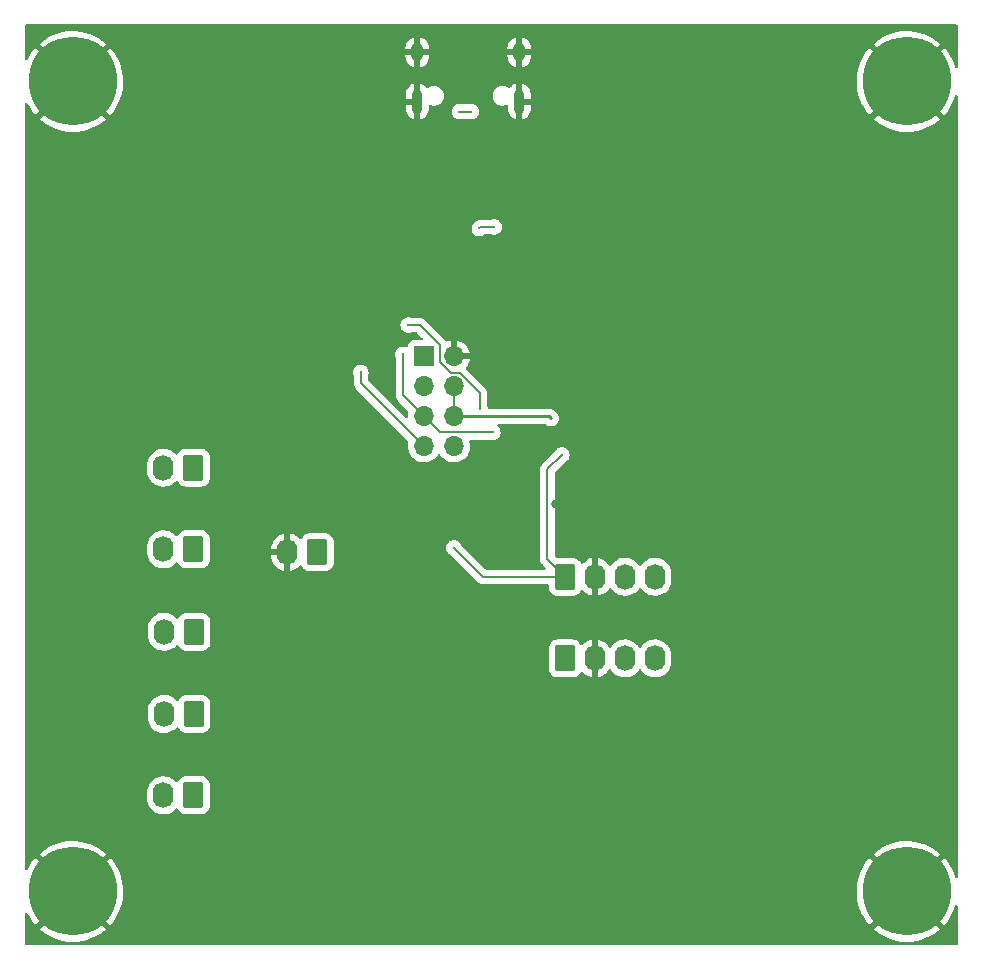
<source format=gbr>
%TF.GenerationSoftware,KiCad,Pcbnew,6.0.4-6f826c9f35~116~ubuntu20.04.1*%
%TF.CreationDate,2022-05-19T11:10:30+03:00*%
%TF.ProjectId,oskar_body_rev1,6f736b61-725f-4626-9f64-795f72657631,rev?*%
%TF.SameCoordinates,Original*%
%TF.FileFunction,Copper,L2,Bot*%
%TF.FilePolarity,Positive*%
%FSLAX46Y46*%
G04 Gerber Fmt 4.6, Leading zero omitted, Abs format (unit mm)*
G04 Created by KiCad (PCBNEW 6.0.4-6f826c9f35~116~ubuntu20.04.1) date 2022-05-19 11:10:30*
%MOMM*%
%LPD*%
G01*
G04 APERTURE LIST*
G04 Aperture macros list*
%AMRoundRect*
0 Rectangle with rounded corners*
0 $1 Rounding radius*
0 $2 $3 $4 $5 $6 $7 $8 $9 X,Y pos of 4 corners*
0 Add a 4 corners polygon primitive as box body*
4,1,4,$2,$3,$4,$5,$6,$7,$8,$9,$2,$3,0*
0 Add four circle primitives for the rounded corners*
1,1,$1+$1,$2,$3*
1,1,$1+$1,$4,$5*
1,1,$1+$1,$6,$7*
1,1,$1+$1,$8,$9*
0 Add four rect primitives between the rounded corners*
20,1,$1+$1,$2,$3,$4,$5,0*
20,1,$1+$1,$4,$5,$6,$7,0*
20,1,$1+$1,$6,$7,$8,$9,0*
20,1,$1+$1,$8,$9,$2,$3,0*%
G04 Aperture macros list end*
%TA.AperFunction,ComponentPad*%
%ADD10RoundRect,0.250000X0.620000X0.845000X-0.620000X0.845000X-0.620000X-0.845000X0.620000X-0.845000X0*%
%TD*%
%TA.AperFunction,ComponentPad*%
%ADD11O,1.740000X2.190000*%
%TD*%
%TA.AperFunction,ComponentPad*%
%ADD12RoundRect,0.250000X-0.620000X-0.845000X0.620000X-0.845000X0.620000X0.845000X-0.620000X0.845000X0*%
%TD*%
%TA.AperFunction,ComponentPad*%
%ADD13O,0.900000X2.100000*%
%TD*%
%TA.AperFunction,ComponentPad*%
%ADD14O,1.000000X1.600000*%
%TD*%
%TA.AperFunction,ComponentPad*%
%ADD15R,1.700000X1.700000*%
%TD*%
%TA.AperFunction,ComponentPad*%
%ADD16O,1.700000X1.700000*%
%TD*%
%TA.AperFunction,ComponentPad*%
%ADD17C,4.700000*%
%TD*%
%TA.AperFunction,ConnectorPad*%
%ADD18C,7.500000*%
%TD*%
%TA.AperFunction,ViaPad*%
%ADD19C,0.300000*%
%TD*%
%TA.AperFunction,ViaPad*%
%ADD20C,0.800000*%
%TD*%
%TA.AperFunction,Conductor*%
%ADD21C,0.200000*%
%TD*%
%TA.AperFunction,Conductor*%
%ADD22C,0.250000*%
%TD*%
G04 APERTURE END LIST*
D10*
%TO.P,J8,1,Pin_1*%
%TO.N,Net-(J8-Pad1)*%
X101981000Y-77450000D03*
D11*
%TO.P,J8,2,Pin_2*%
%TO.N,GND*%
X99441000Y-77450000D03*
%TD*%
D12*
%TO.P,J7,1,Pin_1*%
%TO.N,+5V*%
X122961400Y-79530700D03*
D11*
%TO.P,J7,2,Pin_2*%
%TO.N,GND*%
X125501400Y-79530700D03*
%TO.P,J7,3,Pin_3*%
%TO.N,/SCL*%
X128041400Y-79530700D03*
%TO.P,J7,4,Pin_4*%
%TO.N,/SDA*%
X130581400Y-79530700D03*
%TD*%
D10*
%TO.P,J57,1,Pin_1*%
%TO.N,Net-(D1-Pad1)*%
X91490800Y-70289600D03*
D11*
%TO.P,J57,2,Pin_2*%
%TO.N,Net-(J2-Pad2)*%
X88950800Y-70289600D03*
%TD*%
D12*
%TO.P,J10,1,Pin_1*%
%TO.N,+5V*%
X122949800Y-86444500D03*
D11*
%TO.P,J10,2,Pin_2*%
%TO.N,GND*%
X125489800Y-86444500D03*
%TO.P,J10,3,Pin_3*%
%TO.N,/SCL*%
X128029800Y-86444500D03*
%TO.P,J10,4,Pin_4*%
%TO.N,/SDA*%
X130569800Y-86444500D03*
%TD*%
D10*
%TO.P,J6,1,Pin_1*%
%TO.N,Net-(D1-Pad1)*%
X91490800Y-77203800D03*
D11*
%TO.P,J6,2,Pin_2*%
%TO.N,Net-(J2-Pad2)*%
X88950800Y-77203800D03*
%TD*%
D10*
%TO.P,J5,1,Pin_1*%
%TO.N,Net-(D1-Pad1)*%
X91541600Y-84188800D03*
D11*
%TO.P,J5,2,Pin_2*%
%TO.N,Net-(J2-Pad2)*%
X89001600Y-84188800D03*
%TD*%
D10*
%TO.P,J4,1,Pin_1*%
%TO.N,Net-(D1-Pad1)*%
X91541600Y-91148400D03*
D11*
%TO.P,J4,2,Pin_2*%
%TO.N,Net-(J2-Pad2)*%
X89001600Y-91148400D03*
%TD*%
D13*
%TO.P,J3,S1,SHIELD*%
%TO.N,GND*%
X110439000Y-39298834D03*
X119079000Y-39298834D03*
D14*
X110439000Y-35118834D03*
X119079000Y-35118834D03*
%TD*%
D10*
%TO.P,J2,1,Pin_1*%
%TO.N,Net-(D1-Pad1)*%
X91490800Y-98031800D03*
D11*
%TO.P,J2,2,Pin_2*%
%TO.N,Net-(J2-Pad2)*%
X88950800Y-98031800D03*
%TD*%
D15*
%TO.P,J1,1,Pin_1*%
%TO.N,+5V*%
X110998000Y-60858400D03*
D16*
%TO.P,J1,2,Pin_2*%
%TO.N,GND*%
X113538000Y-60858400D03*
%TO.P,J1,3,Pin_3*%
%TO.N,/SCK*%
X110998000Y-63398400D03*
%TO.P,J1,4,Pin_4*%
%TO.N,/RESET*%
X113538000Y-63398400D03*
%TO.P,J1,5,Pin_5*%
%TO.N,/MISO*%
X110998000Y-65938400D03*
%TO.P,J1,6,Pin_6*%
%TO.N,/RESET*%
X113538000Y-65938400D03*
%TO.P,J1,7,Pin_7*%
%TO.N,/MOSI*%
X110998000Y-68478400D03*
%TO.P,J1,8,Pin_8*%
%TO.N,unconnected-(J1-Pad8)*%
X113538000Y-68478400D03*
%TD*%
D17*
%TO.P,H4,1,1*%
%TO.N,GND*%
X81280000Y-106172000D03*
D18*
X81280000Y-106172000D03*
%TD*%
D17*
%TO.P,H3,1,1*%
%TO.N,GND*%
X151892000Y-106172000D03*
D18*
X151892000Y-106172000D03*
%TD*%
D17*
%TO.P,H2,1,1*%
%TO.N,GND*%
X151892000Y-37592000D03*
D18*
X151892000Y-37592000D03*
%TD*%
D17*
%TO.P,H1,1,1*%
%TO.N,GND*%
X81280000Y-37592000D03*
D18*
X81280000Y-37592000D03*
%TD*%
D19*
%TO.N,GND*%
X119735000Y-48514000D03*
X113030000Y-58166000D03*
%TO.N,/CANRESET*%
X115754916Y-65328965D03*
X109677200Y-58216800D03*
%TO.N,+5V*%
X113538000Y-77089000D03*
X122682000Y-69215000D03*
%TO.N,/CONV_TXD*%
X115697000Y-50038000D03*
X116967000Y-49911000D03*
%TO.N,/MOSI*%
X105664000Y-62230000D03*
%TO.N,/MISO*%
X109220000Y-60706000D03*
%TO.N,/RESET*%
X121767600Y-66116200D03*
%TO.N,/MISO*%
X116840000Y-67310000D03*
D20*
%TO.N,GND*%
X96025600Y-63970400D03*
X94312000Y-66162600D03*
X124363100Y-75081800D03*
X122163100Y-73381800D03*
D19*
%TO.N,/D+*%
X114009000Y-40138834D03*
X115009000Y-40138834D03*
D20*
%TO.N,GND*%
X111101400Y-45956603D03*
X108934600Y-44243003D03*
%TD*%
D21*
%TO.N,GND*%
X113030000Y-58166000D02*
X113538000Y-58674000D01*
X113538000Y-58674000D02*
X113538000Y-60858400D01*
%TO.N,/CANRESET*%
X115754916Y-63989661D02*
X115754916Y-65328965D01*
X114014144Y-62248889D02*
X115754916Y-63989661D01*
X113302834Y-62248889D02*
X114014144Y-62248889D01*
X112388489Y-61334544D02*
X113302834Y-62248889D01*
X112388489Y-59949867D02*
X112388489Y-61334544D01*
X110655422Y-58216800D02*
X112388489Y-59949867D01*
X109677200Y-58216800D02*
X110655422Y-58216800D01*
%TO.N,+5V*%
X115979700Y-79530700D02*
X113538000Y-77089000D01*
X122961400Y-79530700D02*
X115979700Y-79530700D01*
X121463589Y-70433411D02*
X122682000Y-69215000D01*
X121463589Y-78032889D02*
X121463589Y-70433411D01*
X122961400Y-79530700D02*
X121463589Y-78032889D01*
%TO.N,/CONV_TXD*%
X115824000Y-49911000D02*
X115697000Y-50038000D01*
X116967000Y-49911000D02*
X115824000Y-49911000D01*
%TO.N,/MOSI*%
X105664000Y-62230000D02*
X105664000Y-63144400D01*
X105664000Y-63144400D02*
X110998000Y-68478400D01*
%TO.N,/MISO*%
X109220000Y-60706000D02*
X109220000Y-64160400D01*
X109220000Y-64160400D02*
X110998000Y-65938400D01*
D22*
%TO.N,/RESET*%
X121767600Y-66116200D02*
X121589800Y-65938400D01*
X121589800Y-65938400D02*
X113538000Y-65938400D01*
D21*
X113538000Y-63398400D02*
X113538000Y-65938400D01*
%TO.N,/MISO*%
X112369600Y-67310000D02*
X116840000Y-67310000D01*
X110998000Y-65938400D02*
X112369600Y-67310000D01*
%TO.N,GND*%
X96025600Y-63970400D02*
X94312000Y-65684000D01*
X94312000Y-65684000D02*
X94312000Y-66162600D01*
D22*
X122163100Y-73381800D02*
X122663100Y-73381800D01*
X122663100Y-73381800D02*
X124363100Y-75081800D01*
D21*
%TO.N,/D+*%
X115009000Y-40138834D02*
X114009000Y-40138834D01*
D22*
%TO.N,GND*%
X109387800Y-44243003D02*
X108934600Y-44243003D01*
X111101400Y-45956603D02*
X109387800Y-44243003D01*
%TD*%
%TA.AperFunction,Conductor*%
%TO.N,GND*%
G36*
X156151621Y-32786502D02*
G01*
X156198114Y-32840158D01*
X156209500Y-32892500D01*
X156209500Y-36299759D01*
X156189498Y-36367880D01*
X156135842Y-36414373D01*
X156065568Y-36424477D01*
X156000988Y-36394983D01*
X155964293Y-36340573D01*
X155856434Y-36025544D01*
X155854260Y-36020053D01*
X155691429Y-35659422D01*
X155688739Y-35654141D01*
X155492690Y-35310432D01*
X155489523Y-35305442D01*
X155262000Y-34981709D01*
X155258365Y-34977023D01*
X155089476Y-34779278D01*
X155076562Y-34770848D01*
X155066355Y-34776855D01*
X154120800Y-35722410D01*
X154120799Y-35722412D01*
X152264020Y-37579190D01*
X152256408Y-37593131D01*
X152256539Y-37594966D01*
X152260790Y-37601580D01*
X154120787Y-39461576D01*
X154120800Y-39461590D01*
X155067271Y-40408061D01*
X155081215Y-40415675D01*
X155082524Y-40415582D01*
X155089360Y-40411112D01*
X155091454Y-40408737D01*
X155338841Y-40099947D01*
X155342331Y-40095144D01*
X155559564Y-39764440D01*
X155562589Y-39759323D01*
X155747733Y-39409647D01*
X155750255Y-39404288D01*
X155901680Y-39038716D01*
X155903684Y-39033151D01*
X155963070Y-38840112D01*
X156002218Y-38780884D01*
X156067173Y-38752223D01*
X156137311Y-38763229D01*
X156190365Y-38810408D01*
X156209500Y-38877161D01*
X156209500Y-104879759D01*
X156189498Y-104947880D01*
X156135842Y-104994373D01*
X156065568Y-105004477D01*
X156000988Y-104974983D01*
X155964293Y-104920573D01*
X155856434Y-104605544D01*
X155854260Y-104600053D01*
X155691429Y-104239422D01*
X155688739Y-104234141D01*
X155492690Y-103890432D01*
X155489523Y-103885442D01*
X155262000Y-103561709D01*
X155258365Y-103557023D01*
X155089476Y-103359278D01*
X155076562Y-103350848D01*
X155066355Y-103356855D01*
X154120800Y-104302410D01*
X154120799Y-104302412D01*
X152264020Y-106159190D01*
X152256408Y-106173131D01*
X152256539Y-106174966D01*
X152260790Y-106181580D01*
X154120787Y-108041576D01*
X154120800Y-108041590D01*
X155067271Y-108988061D01*
X155081215Y-108995675D01*
X155082524Y-108995582D01*
X155089360Y-108991112D01*
X155091454Y-108988737D01*
X155338841Y-108679947D01*
X155342331Y-108675144D01*
X155559564Y-108344440D01*
X155562589Y-108339323D01*
X155747733Y-107989647D01*
X155750255Y-107984288D01*
X155901680Y-107618716D01*
X155903684Y-107613151D01*
X155963070Y-107420112D01*
X156002218Y-107360884D01*
X156067173Y-107332223D01*
X156137311Y-107343229D01*
X156190365Y-107390408D01*
X156209500Y-107457161D01*
X156209500Y-110617500D01*
X156189498Y-110685621D01*
X156135842Y-110732114D01*
X156083500Y-110743500D01*
X77342500Y-110743500D01*
X77274379Y-110723498D01*
X77227886Y-110669842D01*
X77216500Y-110617500D01*
X77216500Y-109358434D01*
X78458921Y-109358434D01*
X78465708Y-109368135D01*
X78665023Y-109538365D01*
X78669709Y-109542000D01*
X78993442Y-109769523D01*
X78998432Y-109772690D01*
X79342141Y-109968739D01*
X79347422Y-109971429D01*
X79708053Y-110134260D01*
X79713544Y-110136434D01*
X80087906Y-110264607D01*
X80093590Y-110266259D01*
X80478347Y-110358631D01*
X80484162Y-110359740D01*
X80875889Y-110415490D01*
X80881802Y-110416049D01*
X81277031Y-110434688D01*
X81282969Y-110434688D01*
X81678198Y-110416049D01*
X81684111Y-110415490D01*
X82075838Y-110359740D01*
X82081653Y-110358631D01*
X82466410Y-110266259D01*
X82472094Y-110264607D01*
X82846456Y-110136434D01*
X82851947Y-110134260D01*
X83212578Y-109971429D01*
X83217859Y-109968739D01*
X83561568Y-109772690D01*
X83566558Y-109769523D01*
X83890291Y-109542000D01*
X83894977Y-109538365D01*
X84092722Y-109369476D01*
X84099930Y-109358434D01*
X149070921Y-109358434D01*
X149077708Y-109368135D01*
X149277023Y-109538365D01*
X149281709Y-109542000D01*
X149605442Y-109769523D01*
X149610432Y-109772690D01*
X149954141Y-109968739D01*
X149959422Y-109971429D01*
X150320053Y-110134260D01*
X150325544Y-110136434D01*
X150699906Y-110264607D01*
X150705590Y-110266259D01*
X151090347Y-110358631D01*
X151096162Y-110359740D01*
X151487889Y-110415490D01*
X151493802Y-110416049D01*
X151889031Y-110434688D01*
X151894969Y-110434688D01*
X152290198Y-110416049D01*
X152296111Y-110415490D01*
X152687838Y-110359740D01*
X152693653Y-110358631D01*
X153078410Y-110266259D01*
X153084094Y-110264607D01*
X153458456Y-110136434D01*
X153463947Y-110134260D01*
X153824578Y-109971429D01*
X153829859Y-109968739D01*
X154173568Y-109772690D01*
X154178558Y-109769523D01*
X154502291Y-109542000D01*
X154506977Y-109538365D01*
X154704722Y-109369476D01*
X154713152Y-109356562D01*
X154707145Y-109346355D01*
X153761592Y-108400802D01*
X153761588Y-108400799D01*
X151904810Y-106544020D01*
X151890869Y-106536408D01*
X151889034Y-106536539D01*
X151882420Y-106540790D01*
X150022424Y-108400787D01*
X150022396Y-108400814D01*
X149078313Y-109344897D01*
X149070921Y-109358434D01*
X84099930Y-109358434D01*
X84101152Y-109356562D01*
X84095145Y-109346355D01*
X83149592Y-108400802D01*
X83149588Y-108400799D01*
X81292810Y-106544020D01*
X81278869Y-106536408D01*
X81277034Y-106536539D01*
X81270420Y-106540790D01*
X79410424Y-108400787D01*
X79410396Y-108400814D01*
X78466313Y-109344897D01*
X78458921Y-109358434D01*
X77216500Y-109358434D01*
X77216500Y-108104486D01*
X77236502Y-108036365D01*
X77290158Y-107989872D01*
X77360432Y-107979768D01*
X77425012Y-108009262D01*
X77453854Y-108045527D01*
X77609411Y-108339323D01*
X77612436Y-108344440D01*
X77829669Y-108675144D01*
X77833159Y-108679947D01*
X78080292Y-108988420D01*
X78093130Y-108995694D01*
X78094439Y-108995621D01*
X78101852Y-108990938D01*
X79051200Y-108041590D01*
X79051201Y-108041588D01*
X80907980Y-106184810D01*
X80914357Y-106173131D01*
X81644408Y-106173131D01*
X81644539Y-106174966D01*
X81648790Y-106181580D01*
X83508787Y-108041576D01*
X83508800Y-108041590D01*
X84455271Y-108988061D01*
X84469215Y-108995675D01*
X84470524Y-108995582D01*
X84477360Y-108991112D01*
X84479454Y-108988737D01*
X84726841Y-108679947D01*
X84730331Y-108675144D01*
X84947564Y-108344440D01*
X84950589Y-108339323D01*
X85135733Y-107989647D01*
X85138255Y-107984288D01*
X85289680Y-107618716D01*
X85291684Y-107613151D01*
X85408030Y-107234960D01*
X85409506Y-107229212D01*
X85489743Y-106841766D01*
X85490673Y-106835895D01*
X85534145Y-106442124D01*
X85534494Y-106437196D01*
X85542750Y-106174468D01*
X85542711Y-106169530D01*
X85536653Y-106041073D01*
X147631322Y-106041073D01*
X147637537Y-106436679D01*
X147637911Y-106442629D01*
X147681327Y-106835895D01*
X147682257Y-106841766D01*
X147762494Y-107229212D01*
X147763970Y-107234960D01*
X147880316Y-107613151D01*
X147882320Y-107618716D01*
X148033745Y-107984288D01*
X148036267Y-107989647D01*
X148221411Y-108339323D01*
X148224436Y-108344440D01*
X148441669Y-108675144D01*
X148445159Y-108679947D01*
X148692292Y-108988420D01*
X148705130Y-108995694D01*
X148706439Y-108995621D01*
X148713852Y-108990938D01*
X149663200Y-108041590D01*
X149663201Y-108041588D01*
X151519980Y-106184810D01*
X151527592Y-106170869D01*
X151527461Y-106169034D01*
X151523210Y-106162420D01*
X149663213Y-104302424D01*
X149663200Y-104302410D01*
X148719402Y-103358612D01*
X148705458Y-103350998D01*
X148705205Y-103351016D01*
X148696463Y-103356930D01*
X148609436Y-103452572D01*
X148605649Y-103457150D01*
X148368088Y-103773551D01*
X148364744Y-103778471D01*
X148158001Y-104115845D01*
X148155153Y-104121025D01*
X147981072Y-104476370D01*
X147978723Y-104481797D01*
X147838858Y-104851939D01*
X147837026Y-104857578D01*
X147732622Y-105239215D01*
X147731323Y-105245028D01*
X147663295Y-105634811D01*
X147662554Y-105640674D01*
X147631507Y-106035147D01*
X147631322Y-106041073D01*
X85536653Y-106041073D01*
X85524049Y-105773802D01*
X85523490Y-105767889D01*
X85467740Y-105376162D01*
X85466631Y-105370347D01*
X85374259Y-104985590D01*
X85372607Y-104979906D01*
X85244434Y-104605544D01*
X85242260Y-104600053D01*
X85079429Y-104239422D01*
X85076739Y-104234141D01*
X84880690Y-103890432D01*
X84877523Y-103885442D01*
X84650000Y-103561709D01*
X84646365Y-103557023D01*
X84477476Y-103359278D01*
X84464562Y-103350848D01*
X84454355Y-103356855D01*
X83508800Y-104302410D01*
X83508799Y-104302412D01*
X81652020Y-106159190D01*
X81644408Y-106173131D01*
X80914357Y-106173131D01*
X80915592Y-106170869D01*
X80915461Y-106169034D01*
X80911210Y-106162420D01*
X79051213Y-104302424D01*
X79051200Y-104302410D01*
X78107402Y-103358612D01*
X78093458Y-103350998D01*
X78093205Y-103351016D01*
X78084463Y-103356930D01*
X77997436Y-103452572D01*
X77993649Y-103457150D01*
X77756088Y-103773551D01*
X77752744Y-103778471D01*
X77546001Y-104115845D01*
X77543153Y-104121025D01*
X77455652Y-104299637D01*
X77407720Y-104352012D01*
X77339082Y-104370159D01*
X77271529Y-104348316D01*
X77226509Y-104293419D01*
X77216500Y-104244205D01*
X77216500Y-102987964D01*
X78458939Y-102987964D01*
X78458945Y-102988217D01*
X78464445Y-102997235D01*
X79410408Y-103943198D01*
X79410412Y-103943201D01*
X81267190Y-105799980D01*
X81281131Y-105807592D01*
X81282966Y-105807461D01*
X81289580Y-105803210D01*
X81850697Y-105242093D01*
X83149576Y-103943213D01*
X83149604Y-103943186D01*
X84096061Y-102996729D01*
X84100847Y-102987964D01*
X149070939Y-102987964D01*
X149070945Y-102988217D01*
X149076445Y-102997235D01*
X150022408Y-103943198D01*
X150022412Y-103943201D01*
X151321303Y-105242093D01*
X151879190Y-105799980D01*
X151893131Y-105807592D01*
X151894966Y-105807461D01*
X151901580Y-105803210D01*
X153761576Y-103943213D01*
X153761604Y-103943186D01*
X154708061Y-102996729D01*
X154715675Y-102982785D01*
X154715582Y-102981476D01*
X154711112Y-102974640D01*
X154708737Y-102972546D01*
X154399947Y-102725159D01*
X154395144Y-102721669D01*
X154064440Y-102504436D01*
X154059323Y-102501411D01*
X153709647Y-102316267D01*
X153704288Y-102313745D01*
X153338716Y-102162320D01*
X153333151Y-102160316D01*
X152954960Y-102043970D01*
X152949212Y-102042494D01*
X152561766Y-101962257D01*
X152555895Y-101961327D01*
X152162629Y-101917911D01*
X152156679Y-101917537D01*
X151761073Y-101911322D01*
X151755147Y-101911507D01*
X151360674Y-101942554D01*
X151354811Y-101943295D01*
X150965028Y-102011323D01*
X150959215Y-102012622D01*
X150577578Y-102117026D01*
X150571939Y-102118858D01*
X150201797Y-102258723D01*
X150196370Y-102261072D01*
X149841025Y-102435153D01*
X149835845Y-102438001D01*
X149498471Y-102644744D01*
X149493551Y-102648088D01*
X149177150Y-102885649D01*
X149172572Y-102889436D01*
X149079199Y-102974398D01*
X149070939Y-102987964D01*
X84100847Y-102987964D01*
X84103675Y-102982785D01*
X84103582Y-102981476D01*
X84099112Y-102974640D01*
X84096737Y-102972546D01*
X83787947Y-102725159D01*
X83783144Y-102721669D01*
X83452440Y-102504436D01*
X83447323Y-102501411D01*
X83097647Y-102316267D01*
X83092288Y-102313745D01*
X82726716Y-102162320D01*
X82721151Y-102160316D01*
X82342960Y-102043970D01*
X82337212Y-102042494D01*
X81949766Y-101962257D01*
X81943895Y-101961327D01*
X81550629Y-101917911D01*
X81544679Y-101917537D01*
X81149073Y-101911322D01*
X81143147Y-101911507D01*
X80748674Y-101942554D01*
X80742811Y-101943295D01*
X80353028Y-102011323D01*
X80347215Y-102012622D01*
X79965578Y-102117026D01*
X79959939Y-102118858D01*
X79589797Y-102258723D01*
X79584370Y-102261072D01*
X79229025Y-102435153D01*
X79223845Y-102438001D01*
X78886471Y-102644744D01*
X78881551Y-102648088D01*
X78565150Y-102885649D01*
X78560572Y-102889436D01*
X78467199Y-102974398D01*
X78458939Y-102987964D01*
X77216500Y-102987964D01*
X77216500Y-98315538D01*
X87572300Y-98315538D01*
X87587095Y-98489902D01*
X87645867Y-98716340D01*
X87741950Y-98929637D01*
X87872598Y-99123696D01*
X88034076Y-99292968D01*
X88221765Y-99432613D01*
X88226516Y-99435029D01*
X88226520Y-99435031D01*
X88340997Y-99493234D01*
X88430300Y-99538638D01*
X88653717Y-99608010D01*
X88659004Y-99608711D01*
X88659005Y-99608711D01*
X88880345Y-99638048D01*
X88880349Y-99638048D01*
X88885629Y-99638748D01*
X88890958Y-99638548D01*
X88890960Y-99638548D01*
X89002517Y-99634360D01*
X89119404Y-99629972D01*
X89231613Y-99606428D01*
X89343132Y-99583029D01*
X89343135Y-99583028D01*
X89348359Y-99581932D01*
X89565946Y-99496003D01*
X89675660Y-99429427D01*
X89761383Y-99377409D01*
X89761386Y-99377407D01*
X89765944Y-99374641D01*
X89942634Y-99221317D01*
X89973208Y-99184029D01*
X90031867Y-99144036D01*
X90102838Y-99142105D01*
X90163586Y-99178850D01*
X90178533Y-99201190D01*
X90179250Y-99200746D01*
X90272322Y-99351148D01*
X90397497Y-99476105D01*
X90403727Y-99479945D01*
X90403728Y-99479946D01*
X90540890Y-99564494D01*
X90548062Y-99568915D01*
X90590615Y-99583029D01*
X90709411Y-99622432D01*
X90709413Y-99622432D01*
X90715939Y-99624597D01*
X90722775Y-99625297D01*
X90722778Y-99625298D01*
X90765831Y-99629709D01*
X90820400Y-99635300D01*
X92161200Y-99635300D01*
X92164446Y-99634963D01*
X92164450Y-99634963D01*
X92260108Y-99625038D01*
X92260112Y-99625037D01*
X92266966Y-99624326D01*
X92273502Y-99622145D01*
X92273504Y-99622145D01*
X92405606Y-99578072D01*
X92434746Y-99568350D01*
X92585148Y-99475278D01*
X92710105Y-99350103D01*
X92789490Y-99221317D01*
X92799075Y-99205768D01*
X92799076Y-99205766D01*
X92802915Y-99199538D01*
X92858597Y-99031661D01*
X92869300Y-98927200D01*
X92869300Y-97136400D01*
X92858326Y-97030634D01*
X92854465Y-97019059D01*
X92804668Y-96869802D01*
X92802350Y-96862854D01*
X92709278Y-96712452D01*
X92584103Y-96587495D01*
X92486579Y-96527380D01*
X92439768Y-96498525D01*
X92439766Y-96498524D01*
X92433538Y-96494685D01*
X92273054Y-96441455D01*
X92272189Y-96441168D01*
X92272187Y-96441168D01*
X92265661Y-96439003D01*
X92258825Y-96438303D01*
X92258822Y-96438302D01*
X92211249Y-96433428D01*
X92161200Y-96428300D01*
X90820400Y-96428300D01*
X90817154Y-96428637D01*
X90817150Y-96428637D01*
X90721492Y-96438562D01*
X90721488Y-96438563D01*
X90714634Y-96439274D01*
X90708098Y-96441455D01*
X90708096Y-96441455D01*
X90667830Y-96454889D01*
X90546854Y-96495250D01*
X90396452Y-96588322D01*
X90271495Y-96713497D01*
X90178685Y-96864062D01*
X90176538Y-96862738D01*
X90137488Y-96907090D01*
X90069211Y-96926552D01*
X90001251Y-96906012D01*
X89979039Y-96887528D01*
X89871210Y-96774494D01*
X89871198Y-96774484D01*
X89867524Y-96770632D01*
X89679835Y-96630987D01*
X89675084Y-96628571D01*
X89675080Y-96628569D01*
X89476056Y-96527380D01*
X89476055Y-96527380D01*
X89471300Y-96524962D01*
X89247883Y-96455590D01*
X89242596Y-96454889D01*
X89242595Y-96454889D01*
X89021255Y-96425552D01*
X89021251Y-96425552D01*
X89015971Y-96424852D01*
X89010642Y-96425052D01*
X89010640Y-96425052D01*
X88915146Y-96428637D01*
X88782196Y-96433628D01*
X88698211Y-96451250D01*
X88558468Y-96480571D01*
X88558465Y-96480572D01*
X88553241Y-96481668D01*
X88335654Y-96567597D01*
X88331090Y-96570366D01*
X88331091Y-96570366D01*
X88140217Y-96686191D01*
X88140214Y-96686193D01*
X88135656Y-96688959D01*
X87958966Y-96842283D01*
X87810635Y-97023186D01*
X87694904Y-97226495D01*
X87615084Y-97446396D01*
X87573456Y-97676603D01*
X87572300Y-97701116D01*
X87572300Y-98315538D01*
X77216500Y-98315538D01*
X77216500Y-91432138D01*
X87623100Y-91432138D01*
X87637895Y-91606502D01*
X87696667Y-91832940D01*
X87792750Y-92046237D01*
X87923398Y-92240296D01*
X88084876Y-92409568D01*
X88272565Y-92549213D01*
X88277316Y-92551629D01*
X88277320Y-92551631D01*
X88391797Y-92609834D01*
X88481100Y-92655238D01*
X88704517Y-92724610D01*
X88709804Y-92725311D01*
X88709805Y-92725311D01*
X88931145Y-92754648D01*
X88931149Y-92754648D01*
X88936429Y-92755348D01*
X88941758Y-92755148D01*
X88941760Y-92755148D01*
X89053316Y-92750960D01*
X89170204Y-92746572D01*
X89282413Y-92723028D01*
X89393932Y-92699629D01*
X89393935Y-92699628D01*
X89399159Y-92698532D01*
X89616746Y-92612603D01*
X89726460Y-92546027D01*
X89812183Y-92494009D01*
X89812186Y-92494007D01*
X89816744Y-92491241D01*
X89993434Y-92337917D01*
X90024008Y-92300629D01*
X90082667Y-92260636D01*
X90153638Y-92258705D01*
X90214386Y-92295450D01*
X90229333Y-92317790D01*
X90230050Y-92317346D01*
X90323122Y-92467748D01*
X90448297Y-92592705D01*
X90454527Y-92596545D01*
X90454528Y-92596546D01*
X90591690Y-92681094D01*
X90598862Y-92685515D01*
X90641415Y-92699629D01*
X90760211Y-92739032D01*
X90760213Y-92739032D01*
X90766739Y-92741197D01*
X90773575Y-92741897D01*
X90773578Y-92741898D01*
X90816631Y-92746309D01*
X90871200Y-92751900D01*
X92212000Y-92751900D01*
X92215246Y-92751563D01*
X92215250Y-92751563D01*
X92310908Y-92741638D01*
X92310912Y-92741637D01*
X92317766Y-92740926D01*
X92324302Y-92738745D01*
X92324304Y-92738745D01*
X92456406Y-92694672D01*
X92485546Y-92684950D01*
X92635948Y-92591878D01*
X92760905Y-92466703D01*
X92840290Y-92337917D01*
X92849875Y-92322368D01*
X92849876Y-92322366D01*
X92853715Y-92316138D01*
X92909397Y-92148261D01*
X92920100Y-92043800D01*
X92920100Y-90253000D01*
X92909126Y-90147234D01*
X92905265Y-90135659D01*
X92855468Y-89986402D01*
X92853150Y-89979454D01*
X92760078Y-89829052D01*
X92634903Y-89704095D01*
X92537379Y-89643980D01*
X92490568Y-89615125D01*
X92490566Y-89615124D01*
X92484338Y-89611285D01*
X92323854Y-89558055D01*
X92322989Y-89557768D01*
X92322987Y-89557768D01*
X92316461Y-89555603D01*
X92309625Y-89554903D01*
X92309622Y-89554902D01*
X92262049Y-89550028D01*
X92212000Y-89544900D01*
X90871200Y-89544900D01*
X90867954Y-89545237D01*
X90867950Y-89545237D01*
X90772292Y-89555162D01*
X90772288Y-89555163D01*
X90765434Y-89555874D01*
X90758898Y-89558055D01*
X90758896Y-89558055D01*
X90718630Y-89571489D01*
X90597654Y-89611850D01*
X90447252Y-89704922D01*
X90322295Y-89830097D01*
X90229485Y-89980662D01*
X90227338Y-89979338D01*
X90188288Y-90023690D01*
X90120011Y-90043152D01*
X90052051Y-90022612D01*
X90029839Y-90004128D01*
X89922010Y-89891094D01*
X89921998Y-89891084D01*
X89918324Y-89887232D01*
X89730635Y-89747587D01*
X89725884Y-89745171D01*
X89725880Y-89745169D01*
X89526856Y-89643980D01*
X89526855Y-89643980D01*
X89522100Y-89641562D01*
X89298683Y-89572190D01*
X89293396Y-89571489D01*
X89293395Y-89571489D01*
X89072055Y-89542152D01*
X89072051Y-89542152D01*
X89066771Y-89541452D01*
X89061442Y-89541652D01*
X89061440Y-89541652D01*
X88965946Y-89545237D01*
X88832996Y-89550228D01*
X88749011Y-89567850D01*
X88609268Y-89597171D01*
X88609265Y-89597172D01*
X88604041Y-89598268D01*
X88386454Y-89684197D01*
X88381890Y-89686966D01*
X88381891Y-89686966D01*
X88191017Y-89802791D01*
X88191014Y-89802793D01*
X88186456Y-89805559D01*
X88009766Y-89958883D01*
X87861435Y-90139786D01*
X87745704Y-90343095D01*
X87665884Y-90562996D01*
X87624256Y-90793203D01*
X87623100Y-90817716D01*
X87623100Y-91432138D01*
X77216500Y-91432138D01*
X77216500Y-87339900D01*
X121571300Y-87339900D01*
X121571637Y-87343146D01*
X121571637Y-87343150D01*
X121578361Y-87407950D01*
X121582274Y-87445666D01*
X121584455Y-87452202D01*
X121584455Y-87452204D01*
X121611067Y-87531969D01*
X121638250Y-87613446D01*
X121731322Y-87763848D01*
X121856497Y-87888805D01*
X121862727Y-87892645D01*
X121862728Y-87892646D01*
X121999890Y-87977194D01*
X122007062Y-87981615D01*
X122049615Y-87995729D01*
X122168411Y-88035132D01*
X122168413Y-88035132D01*
X122174939Y-88037297D01*
X122181775Y-88037997D01*
X122181778Y-88037998D01*
X122224831Y-88042409D01*
X122279400Y-88048000D01*
X123620200Y-88048000D01*
X123623446Y-88047663D01*
X123623450Y-88047663D01*
X123719108Y-88037738D01*
X123719112Y-88037737D01*
X123725966Y-88037026D01*
X123732502Y-88034845D01*
X123732504Y-88034845D01*
X123864606Y-87990772D01*
X123893746Y-87981050D01*
X124044148Y-87887978D01*
X124169105Y-87762803D01*
X124246549Y-87637167D01*
X124261915Y-87612238D01*
X124263932Y-87613482D01*
X124303337Y-87568725D01*
X124371613Y-87549261D01*
X124439574Y-87569800D01*
X124461789Y-87588285D01*
X124569724Y-87701430D01*
X124577692Y-87708479D01*
X124756752Y-87841703D01*
X124765782Y-87847302D01*
X124964731Y-87948453D01*
X124974592Y-87952456D01*
X125187729Y-88018638D01*
X125198109Y-88020920D01*
X125217843Y-88023536D01*
X125232007Y-88021340D01*
X125235800Y-88008155D01*
X125235800Y-88006127D01*
X125743800Y-88006127D01*
X125747773Y-88019658D01*
X125758380Y-88021183D01*
X125881988Y-87995248D01*
X125892184Y-87992188D01*
X126099752Y-87910216D01*
X126109289Y-87905482D01*
X126300085Y-87789704D01*
X126308678Y-87783438D01*
X126477241Y-87637167D01*
X126484661Y-87629536D01*
X126626168Y-87456958D01*
X126632193Y-87448191D01*
X126650789Y-87415522D01*
X126701871Y-87366215D01*
X126771502Y-87352354D01*
X126837573Y-87378337D01*
X126864811Y-87407487D01*
X126951598Y-87536396D01*
X126955277Y-87540253D01*
X126955279Y-87540255D01*
X126982438Y-87568725D01*
X127113076Y-87705668D01*
X127300765Y-87845313D01*
X127305516Y-87847729D01*
X127305520Y-87847731D01*
X127504544Y-87948920D01*
X127509300Y-87951338D01*
X127732717Y-88020710D01*
X127738004Y-88021411D01*
X127738005Y-88021411D01*
X127959345Y-88050748D01*
X127959349Y-88050748D01*
X127964629Y-88051448D01*
X127969958Y-88051248D01*
X127969960Y-88051248D01*
X128081516Y-88047060D01*
X128198404Y-88042672D01*
X128300819Y-88021183D01*
X128422132Y-87995729D01*
X128422135Y-87995728D01*
X128427359Y-87994632D01*
X128644946Y-87908703D01*
X128754660Y-87842127D01*
X128840383Y-87790109D01*
X128840386Y-87790107D01*
X128844944Y-87787341D01*
X129021634Y-87634017D01*
X129169965Y-87453114D01*
X129172601Y-87448484D01*
X129172604Y-87448479D01*
X129191101Y-87415984D01*
X129242184Y-87366678D01*
X129311815Y-87352817D01*
X129377885Y-87378801D01*
X129405123Y-87407950D01*
X129491598Y-87536396D01*
X129495277Y-87540253D01*
X129495279Y-87540255D01*
X129522438Y-87568725D01*
X129653076Y-87705668D01*
X129840765Y-87845313D01*
X129845516Y-87847729D01*
X129845520Y-87847731D01*
X130044544Y-87948920D01*
X130049300Y-87951338D01*
X130272717Y-88020710D01*
X130278004Y-88021411D01*
X130278005Y-88021411D01*
X130499345Y-88050748D01*
X130499349Y-88050748D01*
X130504629Y-88051448D01*
X130509958Y-88051248D01*
X130509960Y-88051248D01*
X130621516Y-88047060D01*
X130738404Y-88042672D01*
X130840819Y-88021183D01*
X130962132Y-87995729D01*
X130962135Y-87995728D01*
X130967359Y-87994632D01*
X131184946Y-87908703D01*
X131294660Y-87842127D01*
X131380383Y-87790109D01*
X131380386Y-87790107D01*
X131384944Y-87787341D01*
X131561634Y-87634017D01*
X131709965Y-87453114D01*
X131825696Y-87249805D01*
X131905516Y-87029904D01*
X131947144Y-86799697D01*
X131948300Y-86775184D01*
X131948300Y-86160762D01*
X131933505Y-85986398D01*
X131883042Y-85791972D01*
X131876075Y-85765129D01*
X131876074Y-85765125D01*
X131874733Y-85759960D01*
X131864377Y-85736969D01*
X131799087Y-85592031D01*
X131778650Y-85546663D01*
X131771595Y-85536183D01*
X131734477Y-85481050D01*
X131648002Y-85352604D01*
X131632020Y-85335850D01*
X131569709Y-85270532D01*
X131486524Y-85183332D01*
X131298835Y-85043687D01*
X131294084Y-85041271D01*
X131294080Y-85041269D01*
X131095056Y-84940080D01*
X131095055Y-84940080D01*
X131090300Y-84937662D01*
X130866883Y-84868290D01*
X130861596Y-84867589D01*
X130861595Y-84867589D01*
X130640255Y-84838252D01*
X130640251Y-84838252D01*
X130634971Y-84837552D01*
X130629642Y-84837752D01*
X130629640Y-84837752D01*
X130534146Y-84841337D01*
X130401196Y-84846328D01*
X130317211Y-84863950D01*
X130177468Y-84893271D01*
X130177465Y-84893272D01*
X130172241Y-84894368D01*
X129954654Y-84980297D01*
X129950090Y-84983066D01*
X129950091Y-84983066D01*
X129759217Y-85098891D01*
X129759214Y-85098893D01*
X129754656Y-85101659D01*
X129577966Y-85254983D01*
X129429635Y-85435886D01*
X129426999Y-85440516D01*
X129426996Y-85440521D01*
X129408499Y-85473016D01*
X129357416Y-85522322D01*
X129287785Y-85536183D01*
X129221715Y-85510199D01*
X129194477Y-85481050D01*
X129122535Y-85374191D01*
X129108002Y-85352604D01*
X129092020Y-85335850D01*
X129029709Y-85270532D01*
X128946524Y-85183332D01*
X128758835Y-85043687D01*
X128754084Y-85041271D01*
X128754080Y-85041269D01*
X128555056Y-84940080D01*
X128555055Y-84940080D01*
X128550300Y-84937662D01*
X128326883Y-84868290D01*
X128321596Y-84867589D01*
X128321595Y-84867589D01*
X128100255Y-84838252D01*
X128100251Y-84838252D01*
X128094971Y-84837552D01*
X128089642Y-84837752D01*
X128089640Y-84837752D01*
X127994146Y-84841337D01*
X127861196Y-84846328D01*
X127777211Y-84863950D01*
X127637468Y-84893271D01*
X127637465Y-84893272D01*
X127632241Y-84894368D01*
X127414654Y-84980297D01*
X127410090Y-84983066D01*
X127410091Y-84983066D01*
X127219217Y-85098891D01*
X127219214Y-85098893D01*
X127214656Y-85101659D01*
X127037966Y-85254983D01*
X126889635Y-85435886D01*
X126886997Y-85440521D01*
X126886994Y-85440525D01*
X126868223Y-85473501D01*
X126817141Y-85522807D01*
X126747511Y-85536669D01*
X126681440Y-85510686D01*
X126654201Y-85481536D01*
X126570590Y-85357345D01*
X126563929Y-85349059D01*
X126409876Y-85187570D01*
X126401908Y-85180521D01*
X126222848Y-85047297D01*
X126213818Y-85041698D01*
X126014869Y-84940547D01*
X126005008Y-84936544D01*
X125791871Y-84870362D01*
X125781491Y-84868080D01*
X125761757Y-84865464D01*
X125747593Y-84867660D01*
X125743800Y-84880845D01*
X125743800Y-88006127D01*
X125235800Y-88006127D01*
X125235800Y-84882873D01*
X125231827Y-84869342D01*
X125221220Y-84867817D01*
X125097612Y-84893752D01*
X125087416Y-84896812D01*
X124879848Y-84978784D01*
X124870311Y-84983518D01*
X124679515Y-85099296D01*
X124670922Y-85105562D01*
X124502359Y-85251833D01*
X124494938Y-85259465D01*
X124467627Y-85292772D01*
X124408967Y-85332766D01*
X124337997Y-85334697D01*
X124277249Y-85297952D01*
X124261996Y-85275154D01*
X124261350Y-85275554D01*
X124172132Y-85131380D01*
X124168278Y-85125152D01*
X124043103Y-85000195D01*
X124007640Y-84978335D01*
X123898768Y-84911225D01*
X123898766Y-84911224D01*
X123892538Y-84907385D01*
X123789895Y-84873340D01*
X123731189Y-84853868D01*
X123731187Y-84853868D01*
X123724661Y-84851703D01*
X123717825Y-84851003D01*
X123717822Y-84851002D01*
X123670249Y-84846128D01*
X123620200Y-84841000D01*
X122279400Y-84841000D01*
X122276154Y-84841337D01*
X122276150Y-84841337D01*
X122180492Y-84851262D01*
X122180488Y-84851263D01*
X122173634Y-84851974D01*
X122167098Y-84854155D01*
X122167096Y-84854155D01*
X122049852Y-84893271D01*
X122005854Y-84907950D01*
X121855452Y-85001022D01*
X121730495Y-85126197D01*
X121726655Y-85132427D01*
X121726654Y-85132428D01*
X121653052Y-85251833D01*
X121637685Y-85276762D01*
X121582003Y-85444639D01*
X121581303Y-85451475D01*
X121581302Y-85451478D01*
X121576891Y-85494531D01*
X121571300Y-85549100D01*
X121571300Y-87339900D01*
X77216500Y-87339900D01*
X77216500Y-84472538D01*
X87623100Y-84472538D01*
X87637895Y-84646902D01*
X87639233Y-84652059D01*
X87639234Y-84652062D01*
X87695302Y-84868080D01*
X87696667Y-84873340D01*
X87698859Y-84878206D01*
X87698860Y-84878209D01*
X87724929Y-84936080D01*
X87792750Y-85086637D01*
X87795734Y-85091070D01*
X87795735Y-85091071D01*
X87802863Y-85101659D01*
X87923398Y-85280696D01*
X87927077Y-85284553D01*
X87927079Y-85284555D01*
X87976012Y-85335850D01*
X88084876Y-85449968D01*
X88089154Y-85453151D01*
X88116505Y-85473501D01*
X88272565Y-85589613D01*
X88277316Y-85592029D01*
X88277320Y-85592031D01*
X88370085Y-85639195D01*
X88481100Y-85695638D01*
X88704517Y-85765010D01*
X88709804Y-85765711D01*
X88709805Y-85765711D01*
X88931145Y-85795048D01*
X88931149Y-85795048D01*
X88936429Y-85795748D01*
X88941758Y-85795548D01*
X88941760Y-85795548D01*
X89053317Y-85791360D01*
X89170204Y-85786972D01*
X89282413Y-85763428D01*
X89393932Y-85740029D01*
X89393935Y-85740028D01*
X89399159Y-85738932D01*
X89616746Y-85653003D01*
X89782671Y-85552317D01*
X89812183Y-85534409D01*
X89812186Y-85534407D01*
X89816744Y-85531641D01*
X89993434Y-85378317D01*
X90024008Y-85341029D01*
X90082667Y-85301036D01*
X90153638Y-85299105D01*
X90214386Y-85335850D01*
X90229333Y-85358190D01*
X90230050Y-85357746D01*
X90323122Y-85508148D01*
X90448297Y-85633105D01*
X90454527Y-85636945D01*
X90454528Y-85636946D01*
X90591690Y-85721494D01*
X90598862Y-85725915D01*
X90641415Y-85740029D01*
X90760211Y-85779432D01*
X90760213Y-85779432D01*
X90766739Y-85781597D01*
X90773575Y-85782297D01*
X90773578Y-85782298D01*
X90816631Y-85786709D01*
X90871200Y-85792300D01*
X92212000Y-85792300D01*
X92215246Y-85791963D01*
X92215250Y-85791963D01*
X92310908Y-85782038D01*
X92310912Y-85782037D01*
X92317766Y-85781326D01*
X92324302Y-85779145D01*
X92324304Y-85779145D01*
X92456406Y-85735072D01*
X92485546Y-85725350D01*
X92635948Y-85632278D01*
X92760905Y-85507103D01*
X92776665Y-85481536D01*
X92849875Y-85362768D01*
X92849876Y-85362766D01*
X92853715Y-85356538D01*
X92882242Y-85270532D01*
X92907232Y-85195189D01*
X92907232Y-85195187D01*
X92909397Y-85188661D01*
X92920100Y-85084200D01*
X92920100Y-83293400D01*
X92909126Y-83187634D01*
X92905265Y-83176059D01*
X92855468Y-83026802D01*
X92853150Y-83019854D01*
X92760078Y-82869452D01*
X92634903Y-82744495D01*
X92537379Y-82684380D01*
X92490568Y-82655525D01*
X92490566Y-82655524D01*
X92484338Y-82651685D01*
X92323854Y-82598455D01*
X92322989Y-82598168D01*
X92322987Y-82598168D01*
X92316461Y-82596003D01*
X92309625Y-82595303D01*
X92309622Y-82595302D01*
X92262049Y-82590428D01*
X92212000Y-82585300D01*
X90871200Y-82585300D01*
X90867954Y-82585637D01*
X90867950Y-82585637D01*
X90772292Y-82595562D01*
X90772288Y-82595563D01*
X90765434Y-82596274D01*
X90758898Y-82598455D01*
X90758896Y-82598455D01*
X90718630Y-82611889D01*
X90597654Y-82652250D01*
X90447252Y-82745322D01*
X90322295Y-82870497D01*
X90229485Y-83021062D01*
X90227338Y-83019738D01*
X90188288Y-83064090D01*
X90120011Y-83083552D01*
X90052051Y-83063012D01*
X90029839Y-83044528D01*
X89922010Y-82931494D01*
X89921998Y-82931484D01*
X89918324Y-82927632D01*
X89730635Y-82787987D01*
X89725884Y-82785571D01*
X89725880Y-82785569D01*
X89526856Y-82684380D01*
X89526855Y-82684380D01*
X89522100Y-82681962D01*
X89298683Y-82612590D01*
X89293396Y-82611889D01*
X89293395Y-82611889D01*
X89072055Y-82582552D01*
X89072051Y-82582552D01*
X89066771Y-82581852D01*
X89061442Y-82582052D01*
X89061440Y-82582052D01*
X88965946Y-82585637D01*
X88832996Y-82590628D01*
X88749011Y-82608250D01*
X88609268Y-82637571D01*
X88609265Y-82637572D01*
X88604041Y-82638668D01*
X88386454Y-82724597D01*
X88381890Y-82727366D01*
X88381891Y-82727366D01*
X88191017Y-82843191D01*
X88191014Y-82843193D01*
X88186456Y-82845959D01*
X88009766Y-82999283D01*
X87861435Y-83180186D01*
X87745704Y-83383495D01*
X87665884Y-83603396D01*
X87624256Y-83833603D01*
X87623100Y-83858116D01*
X87623100Y-84472538D01*
X77216500Y-84472538D01*
X77216500Y-77487538D01*
X87572300Y-77487538D01*
X87587095Y-77661902D01*
X87588433Y-77667059D01*
X87588434Y-77667062D01*
X87598477Y-77705754D01*
X87645867Y-77888340D01*
X87648059Y-77893206D01*
X87648060Y-77893209D01*
X87688297Y-77982531D01*
X87741950Y-78101637D01*
X87872598Y-78295696D01*
X87876277Y-78299553D01*
X87876279Y-78299555D01*
X87917468Y-78342732D01*
X88034076Y-78464968D01*
X88221765Y-78604613D01*
X88226516Y-78607029D01*
X88226520Y-78607031D01*
X88340997Y-78665234D01*
X88430300Y-78710638D01*
X88653717Y-78780010D01*
X88659004Y-78780711D01*
X88659005Y-78780711D01*
X88880345Y-78810048D01*
X88880349Y-78810048D01*
X88885629Y-78810748D01*
X88890958Y-78810548D01*
X88890960Y-78810548D01*
X89002517Y-78806360D01*
X89119404Y-78801972D01*
X89231613Y-78778428D01*
X89343132Y-78755029D01*
X89343135Y-78755028D01*
X89348359Y-78753932D01*
X89565946Y-78668003D01*
X89663168Y-78609007D01*
X89761383Y-78549409D01*
X89761386Y-78549407D01*
X89765944Y-78546641D01*
X89942634Y-78393317D01*
X89973208Y-78356029D01*
X90031867Y-78316036D01*
X90102838Y-78314105D01*
X90163586Y-78350850D01*
X90178533Y-78373190D01*
X90179250Y-78372746D01*
X90272322Y-78523148D01*
X90397497Y-78648105D01*
X90403727Y-78651945D01*
X90403728Y-78651946D01*
X90540890Y-78736494D01*
X90548062Y-78740915D01*
X90590615Y-78755029D01*
X90709411Y-78794432D01*
X90709413Y-78794432D01*
X90715939Y-78796597D01*
X90722775Y-78797297D01*
X90722778Y-78797298D01*
X90765831Y-78801709D01*
X90820400Y-78807300D01*
X92161200Y-78807300D01*
X92164446Y-78806963D01*
X92164450Y-78806963D01*
X92260108Y-78797038D01*
X92260112Y-78797037D01*
X92266966Y-78796326D01*
X92273502Y-78794145D01*
X92273504Y-78794145D01*
X92405606Y-78750072D01*
X92434746Y-78740350D01*
X92585148Y-78647278D01*
X92609515Y-78622869D01*
X92704934Y-78527283D01*
X92710105Y-78522103D01*
X92750612Y-78456389D01*
X92799075Y-78377768D01*
X92799076Y-78377766D01*
X92802915Y-78371538D01*
X92837681Y-78266721D01*
X92856432Y-78210189D01*
X92856432Y-78210187D01*
X92858597Y-78203661D01*
X92859819Y-78191740D01*
X92866226Y-78129202D01*
X92869300Y-78099200D01*
X92869300Y-77731054D01*
X98063000Y-77731054D01*
X98063225Y-77736363D01*
X98077339Y-77902707D01*
X98079129Y-77913179D01*
X98135198Y-78129202D01*
X98138734Y-78139242D01*
X98230399Y-78342732D01*
X98235568Y-78352018D01*
X98360210Y-78537155D01*
X98366871Y-78545441D01*
X98520924Y-78706930D01*
X98528892Y-78713979D01*
X98707952Y-78847203D01*
X98716982Y-78852802D01*
X98915931Y-78953953D01*
X98925792Y-78957956D01*
X99138929Y-79024138D01*
X99149309Y-79026420D01*
X99169043Y-79029036D01*
X99183207Y-79026840D01*
X99187000Y-79013655D01*
X99187000Y-79011627D01*
X99695000Y-79011627D01*
X99698973Y-79025158D01*
X99709580Y-79026683D01*
X99833188Y-79000748D01*
X99843384Y-78997688D01*
X100050952Y-78915716D01*
X100060489Y-78910982D01*
X100251285Y-78795204D01*
X100259878Y-78788938D01*
X100428441Y-78642667D01*
X100435862Y-78635035D01*
X100463173Y-78601728D01*
X100521833Y-78561734D01*
X100592803Y-78559803D01*
X100653551Y-78596548D01*
X100668804Y-78619346D01*
X100669450Y-78618946D01*
X100762522Y-78769348D01*
X100887697Y-78894305D01*
X100893927Y-78898145D01*
X100893928Y-78898146D01*
X101031090Y-78982694D01*
X101038262Y-78987115D01*
X101112164Y-79011627D01*
X101199611Y-79040632D01*
X101199613Y-79040632D01*
X101206139Y-79042797D01*
X101212975Y-79043497D01*
X101212978Y-79043498D01*
X101256031Y-79047909D01*
X101310600Y-79053500D01*
X102651400Y-79053500D01*
X102654646Y-79053163D01*
X102654650Y-79053163D01*
X102750308Y-79043238D01*
X102750312Y-79043237D01*
X102757166Y-79042526D01*
X102763702Y-79040345D01*
X102763704Y-79040345D01*
X102895806Y-78996272D01*
X102924946Y-78986550D01*
X103075348Y-78893478D01*
X103200305Y-78768303D01*
X103208487Y-78755029D01*
X103289275Y-78623968D01*
X103289276Y-78623966D01*
X103293115Y-78617738D01*
X103323117Y-78527283D01*
X103346632Y-78456389D01*
X103346632Y-78456387D01*
X103348797Y-78449861D01*
X103350324Y-78434964D01*
X103356060Y-78378972D01*
X103359500Y-78345400D01*
X103359500Y-77082054D01*
X112874700Y-77082054D01*
X112878655Y-77117874D01*
X112887096Y-77194329D01*
X112892190Y-77240473D01*
X112946963Y-77390148D01*
X113035858Y-77522437D01*
X113153742Y-77629704D01*
X113160420Y-77633330D01*
X113160423Y-77633332D01*
X113278620Y-77697507D01*
X113307594Y-77719143D01*
X115515385Y-79926934D01*
X115526252Y-79939325D01*
X115545713Y-79964687D01*
X115577625Y-79989174D01*
X115577628Y-79989177D01*
X115672824Y-80062224D01*
X115734138Y-80087621D01*
X115813220Y-80120378D01*
X115813223Y-80120379D01*
X115820850Y-80123538D01*
X115939815Y-80139200D01*
X115939820Y-80139200D01*
X115939829Y-80139201D01*
X115971512Y-80143372D01*
X115979700Y-80144450D01*
X116011393Y-80140278D01*
X116027836Y-80139200D01*
X121456900Y-80139200D01*
X121525021Y-80159202D01*
X121571514Y-80212858D01*
X121582900Y-80265200D01*
X121582900Y-80426100D01*
X121583237Y-80429346D01*
X121583237Y-80429350D01*
X121589961Y-80494150D01*
X121593874Y-80531866D01*
X121596055Y-80538402D01*
X121596055Y-80538404D01*
X121622667Y-80618169D01*
X121649850Y-80699646D01*
X121742922Y-80850048D01*
X121868097Y-80975005D01*
X121874327Y-80978845D01*
X121874328Y-80978846D01*
X122011490Y-81063394D01*
X122018662Y-81067815D01*
X122061215Y-81081929D01*
X122180011Y-81121332D01*
X122180013Y-81121332D01*
X122186539Y-81123497D01*
X122193375Y-81124197D01*
X122193378Y-81124198D01*
X122236431Y-81128609D01*
X122291000Y-81134200D01*
X123631800Y-81134200D01*
X123635046Y-81133863D01*
X123635050Y-81133863D01*
X123730708Y-81123938D01*
X123730712Y-81123937D01*
X123737566Y-81123226D01*
X123744102Y-81121045D01*
X123744104Y-81121045D01*
X123876206Y-81076972D01*
X123905346Y-81067250D01*
X124055748Y-80974178D01*
X124180705Y-80849003D01*
X124258149Y-80723367D01*
X124273515Y-80698438D01*
X124275532Y-80699682D01*
X124314937Y-80654925D01*
X124383213Y-80635461D01*
X124451174Y-80656000D01*
X124473389Y-80674485D01*
X124581324Y-80787630D01*
X124589292Y-80794679D01*
X124768352Y-80927903D01*
X124777382Y-80933502D01*
X124976331Y-81034653D01*
X124986192Y-81038656D01*
X125199329Y-81104838D01*
X125209709Y-81107120D01*
X125229443Y-81109736D01*
X125243607Y-81107540D01*
X125247400Y-81094355D01*
X125247400Y-81092327D01*
X125755400Y-81092327D01*
X125759373Y-81105858D01*
X125769980Y-81107383D01*
X125893588Y-81081448D01*
X125903784Y-81078388D01*
X126111352Y-80996416D01*
X126120889Y-80991682D01*
X126311685Y-80875904D01*
X126320278Y-80869638D01*
X126488841Y-80723367D01*
X126496261Y-80715736D01*
X126637768Y-80543158D01*
X126643793Y-80534391D01*
X126662389Y-80501722D01*
X126713471Y-80452415D01*
X126783102Y-80438554D01*
X126849173Y-80464537D01*
X126876411Y-80493687D01*
X126963198Y-80622596D01*
X126966877Y-80626453D01*
X126966879Y-80626455D01*
X126994038Y-80654925D01*
X127124676Y-80791868D01*
X127312365Y-80931513D01*
X127317116Y-80933929D01*
X127317120Y-80933931D01*
X127516144Y-81035120D01*
X127520900Y-81037538D01*
X127744317Y-81106910D01*
X127749604Y-81107611D01*
X127749605Y-81107611D01*
X127970945Y-81136948D01*
X127970949Y-81136948D01*
X127976229Y-81137648D01*
X127981558Y-81137448D01*
X127981560Y-81137448D01*
X128093116Y-81133260D01*
X128210004Y-81128872D01*
X128312419Y-81107383D01*
X128433732Y-81081929D01*
X128433735Y-81081928D01*
X128438959Y-81080832D01*
X128656546Y-80994903D01*
X128766260Y-80928327D01*
X128851983Y-80876309D01*
X128851986Y-80876307D01*
X128856544Y-80873541D01*
X129033234Y-80720217D01*
X129181565Y-80539314D01*
X129184201Y-80534684D01*
X129184204Y-80534679D01*
X129202701Y-80502184D01*
X129253784Y-80452878D01*
X129323415Y-80439017D01*
X129389485Y-80465001D01*
X129416723Y-80494150D01*
X129503198Y-80622596D01*
X129506877Y-80626453D01*
X129506879Y-80626455D01*
X129534038Y-80654925D01*
X129664676Y-80791868D01*
X129852365Y-80931513D01*
X129857116Y-80933929D01*
X129857120Y-80933931D01*
X130056144Y-81035120D01*
X130060900Y-81037538D01*
X130284317Y-81106910D01*
X130289604Y-81107611D01*
X130289605Y-81107611D01*
X130510945Y-81136948D01*
X130510949Y-81136948D01*
X130516229Y-81137648D01*
X130521558Y-81137448D01*
X130521560Y-81137448D01*
X130633116Y-81133260D01*
X130750004Y-81128872D01*
X130852419Y-81107383D01*
X130973732Y-81081929D01*
X130973735Y-81081928D01*
X130978959Y-81080832D01*
X131196546Y-80994903D01*
X131306260Y-80928327D01*
X131391983Y-80876309D01*
X131391986Y-80876307D01*
X131396544Y-80873541D01*
X131573234Y-80720217D01*
X131721565Y-80539314D01*
X131837296Y-80336005D01*
X131917116Y-80116104D01*
X131958744Y-79885897D01*
X131959900Y-79861384D01*
X131959900Y-79246962D01*
X131945105Y-79072598D01*
X131937300Y-79042526D01*
X131887675Y-78851329D01*
X131887674Y-78851325D01*
X131886333Y-78846160D01*
X131864323Y-78797298D01*
X131798846Y-78651946D01*
X131790250Y-78632863D01*
X131783195Y-78622383D01*
X131741063Y-78559803D01*
X131659602Y-78438804D01*
X131640678Y-78418966D01*
X131571374Y-78346318D01*
X131498124Y-78269532D01*
X131310435Y-78129887D01*
X131305684Y-78127471D01*
X131305680Y-78127469D01*
X131106656Y-78026280D01*
X131106655Y-78026280D01*
X131101900Y-78023862D01*
X130878483Y-77954490D01*
X130873196Y-77953789D01*
X130873195Y-77953789D01*
X130651855Y-77924452D01*
X130651851Y-77924452D01*
X130646571Y-77923752D01*
X130641242Y-77923952D01*
X130641240Y-77923952D01*
X130537968Y-77927829D01*
X130412796Y-77932528D01*
X130376861Y-77940068D01*
X130189068Y-77979471D01*
X130189065Y-77979472D01*
X130183841Y-77980568D01*
X129966254Y-78066497D01*
X129961690Y-78069266D01*
X129961691Y-78069266D01*
X129770817Y-78185091D01*
X129770814Y-78185093D01*
X129766256Y-78187859D01*
X129589566Y-78341183D01*
X129441235Y-78522086D01*
X129438599Y-78526716D01*
X129438596Y-78526721D01*
X129420099Y-78559216D01*
X129369016Y-78608522D01*
X129299385Y-78622383D01*
X129233315Y-78596399D01*
X129206077Y-78567250D01*
X129151606Y-78486341D01*
X129119602Y-78438804D01*
X129100678Y-78418966D01*
X129031374Y-78346318D01*
X128958124Y-78269532D01*
X128770435Y-78129887D01*
X128765684Y-78127471D01*
X128765680Y-78127469D01*
X128566656Y-78026280D01*
X128566655Y-78026280D01*
X128561900Y-78023862D01*
X128338483Y-77954490D01*
X128333196Y-77953789D01*
X128333195Y-77953789D01*
X128111855Y-77924452D01*
X128111851Y-77924452D01*
X128106571Y-77923752D01*
X128101242Y-77923952D01*
X128101240Y-77923952D01*
X127997968Y-77927829D01*
X127872796Y-77932528D01*
X127836861Y-77940068D01*
X127649068Y-77979471D01*
X127649065Y-77979472D01*
X127643841Y-77980568D01*
X127426254Y-78066497D01*
X127421690Y-78069266D01*
X127421691Y-78069266D01*
X127230817Y-78185091D01*
X127230814Y-78185093D01*
X127226256Y-78187859D01*
X127049566Y-78341183D01*
X126901235Y-78522086D01*
X126898597Y-78526721D01*
X126898594Y-78526725D01*
X126879823Y-78559701D01*
X126828741Y-78609007D01*
X126759111Y-78622869D01*
X126693040Y-78596886D01*
X126665801Y-78567736D01*
X126582190Y-78443545D01*
X126575529Y-78435259D01*
X126421476Y-78273770D01*
X126413508Y-78266721D01*
X126234448Y-78133497D01*
X126225418Y-78127898D01*
X126026469Y-78026747D01*
X126016608Y-78022744D01*
X125803471Y-77956562D01*
X125793091Y-77954280D01*
X125773357Y-77951664D01*
X125759193Y-77953860D01*
X125755400Y-77967045D01*
X125755400Y-81092327D01*
X125247400Y-81092327D01*
X125247400Y-77969073D01*
X125243427Y-77955542D01*
X125232820Y-77954017D01*
X125109212Y-77979952D01*
X125099016Y-77983012D01*
X124891448Y-78064984D01*
X124881911Y-78069718D01*
X124691115Y-78185496D01*
X124682522Y-78191762D01*
X124513959Y-78338033D01*
X124506538Y-78345665D01*
X124479227Y-78378972D01*
X124420567Y-78418966D01*
X124349597Y-78420897D01*
X124288849Y-78384152D01*
X124273596Y-78361354D01*
X124272950Y-78361754D01*
X124183732Y-78217580D01*
X124179878Y-78211352D01*
X124152029Y-78183551D01*
X124059883Y-78091566D01*
X124054703Y-78086395D01*
X123967901Y-78032889D01*
X123910368Y-77997425D01*
X123910366Y-77997424D01*
X123904138Y-77993585D01*
X123824122Y-77967045D01*
X123742789Y-77940068D01*
X123742787Y-77940068D01*
X123736261Y-77937903D01*
X123729425Y-77937203D01*
X123729422Y-77937202D01*
X123681849Y-77932328D01*
X123631800Y-77927200D01*
X122291000Y-77927200D01*
X122286578Y-77927659D01*
X122284934Y-77927829D01*
X122215114Y-77914959D01*
X122182845Y-77891596D01*
X122108994Y-77817745D01*
X122074968Y-77755433D01*
X122072089Y-77728650D01*
X122072089Y-70737650D01*
X122092091Y-70669529D01*
X122108994Y-70648555D01*
X122915948Y-69841601D01*
X122948429Y-69818131D01*
X122959775Y-69812425D01*
X122969730Y-69807418D01*
X123042302Y-69770919D01*
X123042305Y-69770917D01*
X123049085Y-69767507D01*
X123170280Y-69663996D01*
X123263286Y-69534565D01*
X123268108Y-69522571D01*
X123319901Y-69393729D01*
X123322733Y-69386684D01*
X123345191Y-69228892D01*
X123345336Y-69215000D01*
X123341754Y-69185394D01*
X123327101Y-69064315D01*
X123327101Y-69064314D01*
X123326188Y-69056772D01*
X123314277Y-69025249D01*
X123272536Y-68914784D01*
X123272535Y-68914782D01*
X123269851Y-68907679D01*
X123179576Y-68776328D01*
X123173905Y-68771275D01*
X123066247Y-68675355D01*
X123066244Y-68675353D01*
X123060575Y-68670302D01*
X123046567Y-68662885D01*
X122926431Y-68599276D01*
X122926429Y-68599275D01*
X122919718Y-68595722D01*
X122909944Y-68593267D01*
X122772509Y-68558746D01*
X122772506Y-68558746D01*
X122765138Y-68556895D01*
X122757538Y-68556855D01*
X122757537Y-68556855D01*
X122692179Y-68556513D01*
X122605758Y-68556060D01*
X122598378Y-68557832D01*
X122598376Y-68557832D01*
X122458160Y-68591495D01*
X122458158Y-68591496D01*
X122450780Y-68593267D01*
X122309150Y-68666368D01*
X122303428Y-68671360D01*
X122303426Y-68671361D01*
X122253434Y-68714972D01*
X122189045Y-68771142D01*
X122179179Y-68785180D01*
X122104124Y-68891973D01*
X122097400Y-68901540D01*
X122083032Y-68938392D01*
X122054734Y-68981717D01*
X121067355Y-69969096D01*
X121054964Y-69979963D01*
X121029602Y-69999424D01*
X121005115Y-70031336D01*
X121005112Y-70031339D01*
X120932065Y-70126535D01*
X120870751Y-70274560D01*
X120870751Y-70274561D01*
X120855089Y-70393526D01*
X120855089Y-70393531D01*
X120849839Y-70433411D01*
X120850917Y-70441599D01*
X120854011Y-70465101D01*
X120855089Y-70481547D01*
X120855089Y-77984753D01*
X120854011Y-78001196D01*
X120849839Y-78032889D01*
X120855089Y-78072769D01*
X120855089Y-78072774D01*
X120858889Y-78101637D01*
X120870751Y-78191740D01*
X120932065Y-78339765D01*
X120937092Y-78346316D01*
X120937093Y-78346318D01*
X121005109Y-78434958D01*
X121005115Y-78434964D01*
X121029602Y-78466876D01*
X121036157Y-78471906D01*
X121054968Y-78486341D01*
X121067359Y-78497208D01*
X121277256Y-78707105D01*
X121311282Y-78769417D01*
X121306217Y-78840232D01*
X121263670Y-78897068D01*
X121197150Y-78921879D01*
X121188161Y-78922200D01*
X116283939Y-78922200D01*
X116215818Y-78902198D01*
X116194844Y-78885295D01*
X114166063Y-76856514D01*
X114137292Y-76811956D01*
X114128536Y-76788784D01*
X114128535Y-76788782D01*
X114125851Y-76781679D01*
X114035576Y-76650328D01*
X114029905Y-76645275D01*
X113922247Y-76549355D01*
X113922244Y-76549353D01*
X113916575Y-76544302D01*
X113902567Y-76536885D01*
X113782431Y-76473276D01*
X113782429Y-76473275D01*
X113775718Y-76469722D01*
X113765944Y-76467267D01*
X113628509Y-76432746D01*
X113628506Y-76432746D01*
X113621138Y-76430895D01*
X113613538Y-76430855D01*
X113613537Y-76430855D01*
X113548179Y-76430513D01*
X113461758Y-76430060D01*
X113454378Y-76431832D01*
X113454376Y-76431832D01*
X113314160Y-76465495D01*
X113314158Y-76465496D01*
X113306780Y-76467267D01*
X113165150Y-76540368D01*
X113159428Y-76545360D01*
X113159426Y-76545361D01*
X113093008Y-76603301D01*
X113045045Y-76645142D01*
X112953400Y-76775540D01*
X112895504Y-76924035D01*
X112874700Y-77082054D01*
X103359500Y-77082054D01*
X103359500Y-76554600D01*
X103358956Y-76549355D01*
X103349238Y-76455692D01*
X103349237Y-76455688D01*
X103348526Y-76448834D01*
X103342263Y-76430060D01*
X103294868Y-76288002D01*
X103292550Y-76281054D01*
X103199478Y-76130652D01*
X103074303Y-76005695D01*
X102978262Y-75946494D01*
X102929968Y-75916725D01*
X102929966Y-75916724D01*
X102923738Y-75912885D01*
X102825548Y-75880317D01*
X102762389Y-75859368D01*
X102762387Y-75859368D01*
X102755861Y-75857203D01*
X102749025Y-75856503D01*
X102749022Y-75856502D01*
X102705969Y-75852091D01*
X102651400Y-75846500D01*
X101310600Y-75846500D01*
X101307354Y-75846837D01*
X101307350Y-75846837D01*
X101211692Y-75856762D01*
X101211688Y-75856763D01*
X101204834Y-75857474D01*
X101198298Y-75859655D01*
X101198296Y-75859655D01*
X101079610Y-75899252D01*
X101037054Y-75913450D01*
X100886652Y-76006522D01*
X100881479Y-76011704D01*
X100874780Y-76018415D01*
X100761695Y-76131697D01*
X100757855Y-76137927D01*
X100757854Y-76137928D01*
X100679548Y-76264964D01*
X100668885Y-76282262D01*
X100666868Y-76281018D01*
X100627463Y-76325775D01*
X100559187Y-76345239D01*
X100491226Y-76324700D01*
X100469011Y-76306215D01*
X100361076Y-76193070D01*
X100353108Y-76186021D01*
X100174048Y-76052797D01*
X100165018Y-76047198D01*
X99966069Y-75946047D01*
X99956208Y-75942044D01*
X99743071Y-75875862D01*
X99732691Y-75873580D01*
X99712957Y-75870964D01*
X99698793Y-75873160D01*
X99695000Y-75886345D01*
X99695000Y-79011627D01*
X99187000Y-79011627D01*
X99187000Y-77722115D01*
X99182525Y-77706876D01*
X99181135Y-77705671D01*
X99173452Y-77704000D01*
X98081115Y-77704000D01*
X98065876Y-77708475D01*
X98064671Y-77709865D01*
X98063000Y-77717548D01*
X98063000Y-77731054D01*
X92869300Y-77731054D01*
X92869300Y-77177885D01*
X98063000Y-77177885D01*
X98067475Y-77193124D01*
X98068865Y-77194329D01*
X98076548Y-77196000D01*
X99168885Y-77196000D01*
X99184124Y-77191525D01*
X99185329Y-77190135D01*
X99187000Y-77182452D01*
X99187000Y-75888373D01*
X99183027Y-75874842D01*
X99172420Y-75873317D01*
X99048812Y-75899252D01*
X99038616Y-75902312D01*
X98831048Y-75984284D01*
X98821511Y-75989018D01*
X98630715Y-76104796D01*
X98622122Y-76111062D01*
X98453559Y-76257333D01*
X98446139Y-76264964D01*
X98304632Y-76437542D01*
X98298607Y-76446309D01*
X98188203Y-76640262D01*
X98183738Y-76649926D01*
X98107590Y-76859711D01*
X98104819Y-76869979D01*
X98064894Y-77090766D01*
X98063961Y-77098995D01*
X98063070Y-77117874D01*
X98063000Y-77120849D01*
X98063000Y-77177885D01*
X92869300Y-77177885D01*
X92869300Y-76308400D01*
X92866459Y-76281018D01*
X92859038Y-76209492D01*
X92859037Y-76209488D01*
X92858326Y-76202634D01*
X92854465Y-76191059D01*
X92804668Y-76041802D01*
X92802350Y-76034854D01*
X92709278Y-75884452D01*
X92584103Y-75759495D01*
X92486579Y-75699380D01*
X92439768Y-75670525D01*
X92439766Y-75670524D01*
X92433538Y-75666685D01*
X92273054Y-75613455D01*
X92272189Y-75613168D01*
X92272187Y-75613168D01*
X92265661Y-75611003D01*
X92258825Y-75610303D01*
X92258822Y-75610302D01*
X92211249Y-75605428D01*
X92161200Y-75600300D01*
X90820400Y-75600300D01*
X90817154Y-75600637D01*
X90817150Y-75600637D01*
X90721492Y-75610562D01*
X90721488Y-75610563D01*
X90714634Y-75611274D01*
X90708098Y-75613455D01*
X90708096Y-75613455D01*
X90667830Y-75626889D01*
X90546854Y-75667250D01*
X90396452Y-75760322D01*
X90271495Y-75885497D01*
X90267655Y-75891727D01*
X90267654Y-75891728D01*
X90238238Y-75939449D01*
X90178685Y-76036062D01*
X90176538Y-76034738D01*
X90137488Y-76079090D01*
X90069211Y-76098552D01*
X90001251Y-76078012D01*
X89979039Y-76059528D01*
X89871210Y-75946494D01*
X89871198Y-75946484D01*
X89867524Y-75942632D01*
X89679835Y-75802987D01*
X89675084Y-75800571D01*
X89675080Y-75800569D01*
X89476056Y-75699380D01*
X89476055Y-75699380D01*
X89471300Y-75696962D01*
X89247883Y-75627590D01*
X89242596Y-75626889D01*
X89242595Y-75626889D01*
X89021255Y-75597552D01*
X89021251Y-75597552D01*
X89015971Y-75596852D01*
X89010642Y-75597052D01*
X89010640Y-75597052D01*
X88915146Y-75600637D01*
X88782196Y-75605628D01*
X88698211Y-75623250D01*
X88558468Y-75652571D01*
X88558465Y-75652572D01*
X88553241Y-75653668D01*
X88335654Y-75739597D01*
X88331090Y-75742366D01*
X88331091Y-75742366D01*
X88140217Y-75858191D01*
X88140214Y-75858193D01*
X88135656Y-75860959D01*
X87958966Y-76014283D01*
X87810635Y-76195186D01*
X87694904Y-76398495D01*
X87615084Y-76618396D01*
X87614135Y-76623645D01*
X87614134Y-76623648D01*
X87609382Y-76649926D01*
X87573456Y-76848603D01*
X87572300Y-76873116D01*
X87572300Y-77487538D01*
X77216500Y-77487538D01*
X77216500Y-70573338D01*
X87572300Y-70573338D01*
X87587095Y-70747702D01*
X87645867Y-70974140D01*
X87741950Y-71187437D01*
X87872598Y-71381496D01*
X88034076Y-71550768D01*
X88221765Y-71690413D01*
X88226516Y-71692829D01*
X88226520Y-71692831D01*
X88340997Y-71751034D01*
X88430300Y-71796438D01*
X88653717Y-71865810D01*
X88659004Y-71866511D01*
X88659005Y-71866511D01*
X88880345Y-71895848D01*
X88880349Y-71895848D01*
X88885629Y-71896548D01*
X88890958Y-71896348D01*
X88890960Y-71896348D01*
X89002517Y-71892160D01*
X89119404Y-71887772D01*
X89231613Y-71864228D01*
X89343132Y-71840829D01*
X89343135Y-71840828D01*
X89348359Y-71839732D01*
X89565946Y-71753803D01*
X89675660Y-71687227D01*
X89761383Y-71635209D01*
X89761386Y-71635207D01*
X89765944Y-71632441D01*
X89942634Y-71479117D01*
X89973208Y-71441829D01*
X90031867Y-71401836D01*
X90102838Y-71399905D01*
X90163586Y-71436650D01*
X90178533Y-71458990D01*
X90179250Y-71458546D01*
X90272322Y-71608948D01*
X90397497Y-71733905D01*
X90403727Y-71737745D01*
X90403728Y-71737746D01*
X90540890Y-71822294D01*
X90548062Y-71826715D01*
X90590615Y-71840829D01*
X90709411Y-71880232D01*
X90709413Y-71880232D01*
X90715939Y-71882397D01*
X90722775Y-71883097D01*
X90722778Y-71883098D01*
X90765831Y-71887509D01*
X90820400Y-71893100D01*
X92161200Y-71893100D01*
X92164446Y-71892763D01*
X92164450Y-71892763D01*
X92260108Y-71882838D01*
X92260112Y-71882837D01*
X92266966Y-71882126D01*
X92273502Y-71879945D01*
X92273504Y-71879945D01*
X92405606Y-71835872D01*
X92434746Y-71826150D01*
X92585148Y-71733078D01*
X92710105Y-71607903D01*
X92789490Y-71479117D01*
X92799075Y-71463568D01*
X92799076Y-71463566D01*
X92802915Y-71457338D01*
X92858597Y-71289461D01*
X92869300Y-71185000D01*
X92869300Y-69394200D01*
X92866326Y-69365537D01*
X92859038Y-69295292D01*
X92859037Y-69295288D01*
X92858326Y-69288434D01*
X92855209Y-69279089D01*
X92804668Y-69127602D01*
X92802350Y-69120654D01*
X92709278Y-68970252D01*
X92584103Y-68845295D01*
X92486579Y-68785180D01*
X92439768Y-68756325D01*
X92439766Y-68756324D01*
X92433538Y-68752485D01*
X92273054Y-68699255D01*
X92272189Y-68698968D01*
X92272187Y-68698968D01*
X92265661Y-68696803D01*
X92258825Y-68696103D01*
X92258822Y-68696102D01*
X92211249Y-68691228D01*
X92161200Y-68686100D01*
X90820400Y-68686100D01*
X90817154Y-68686437D01*
X90817150Y-68686437D01*
X90721492Y-68696362D01*
X90721488Y-68696363D01*
X90714634Y-68697074D01*
X90708098Y-68699255D01*
X90708096Y-68699255D01*
X90667830Y-68712689D01*
X90546854Y-68753050D01*
X90396452Y-68846122D01*
X90271495Y-68971297D01*
X90178685Y-69121862D01*
X90176538Y-69120538D01*
X90137488Y-69164890D01*
X90069211Y-69184352D01*
X90001251Y-69163812D01*
X89979039Y-69145328D01*
X89871210Y-69032294D01*
X89871198Y-69032284D01*
X89867524Y-69028432D01*
X89679835Y-68888787D01*
X89675084Y-68886371D01*
X89675080Y-68886369D01*
X89476056Y-68785180D01*
X89476055Y-68785180D01*
X89471300Y-68782762D01*
X89247883Y-68713390D01*
X89242596Y-68712689D01*
X89242595Y-68712689D01*
X89021255Y-68683352D01*
X89021251Y-68683352D01*
X89015971Y-68682652D01*
X89010642Y-68682852D01*
X89010640Y-68682852D01*
X88915146Y-68686437D01*
X88782196Y-68691428D01*
X88698211Y-68709050D01*
X88558468Y-68738371D01*
X88558465Y-68738372D01*
X88553241Y-68739468D01*
X88335654Y-68825397D01*
X88331090Y-68828166D01*
X88331091Y-68828166D01*
X88140217Y-68943991D01*
X88140214Y-68943993D01*
X88135656Y-68946759D01*
X87958966Y-69100083D01*
X87810635Y-69280986D01*
X87694904Y-69484295D01*
X87615084Y-69704196D01*
X87614135Y-69709445D01*
X87614134Y-69709448D01*
X87603019Y-69770919D01*
X87573456Y-69934403D01*
X87572300Y-69958916D01*
X87572300Y-70573338D01*
X77216500Y-70573338D01*
X77216500Y-62223054D01*
X105000700Y-62223054D01*
X105018190Y-62381473D01*
X105020799Y-62388604D01*
X105020800Y-62388606D01*
X105047826Y-62462458D01*
X105055500Y-62505759D01*
X105055500Y-63096264D01*
X105054422Y-63112707D01*
X105050250Y-63144400D01*
X105055500Y-63184280D01*
X105055500Y-63184285D01*
X105060379Y-63221342D01*
X105071162Y-63303251D01*
X105132476Y-63451276D01*
X105137503Y-63457827D01*
X105137504Y-63457829D01*
X105205520Y-63546469D01*
X105205526Y-63546475D01*
X105230013Y-63578387D01*
X105236568Y-63583417D01*
X105255379Y-63597852D01*
X105267770Y-63608719D01*
X109655454Y-67996403D01*
X109689480Y-68058715D01*
X109687776Y-68119169D01*
X109658989Y-68222970D01*
X109658441Y-68228100D01*
X109658440Y-68228104D01*
X109654933Y-68260922D01*
X109635251Y-68445095D01*
X109635548Y-68450248D01*
X109635548Y-68450251D01*
X109641011Y-68544990D01*
X109648110Y-68668115D01*
X109649247Y-68673161D01*
X109649248Y-68673167D01*
X109666729Y-68750732D01*
X109697222Y-68886039D01*
X109733946Y-68976480D01*
X109763664Y-69049666D01*
X109781266Y-69093016D01*
X109824650Y-69163812D01*
X109895291Y-69279088D01*
X109897987Y-69283488D01*
X110044250Y-69452338D01*
X110216126Y-69595032D01*
X110409000Y-69707738D01*
X110617692Y-69787430D01*
X110622760Y-69788461D01*
X110622763Y-69788462D01*
X110730017Y-69810283D01*
X110836597Y-69831967D01*
X110841772Y-69832157D01*
X110841774Y-69832157D01*
X111054673Y-69839964D01*
X111054677Y-69839964D01*
X111059837Y-69840153D01*
X111064957Y-69839497D01*
X111064959Y-69839497D01*
X111276288Y-69812425D01*
X111276289Y-69812425D01*
X111281416Y-69811768D01*
X111286366Y-69810283D01*
X111490429Y-69749061D01*
X111490434Y-69749059D01*
X111495384Y-69747574D01*
X111695994Y-69649296D01*
X111877860Y-69519573D01*
X111913262Y-69484295D01*
X112003672Y-69394200D01*
X112036096Y-69361889D01*
X112088879Y-69288434D01*
X112166453Y-69180477D01*
X112167776Y-69181428D01*
X112214645Y-69138257D01*
X112284580Y-69126025D01*
X112350026Y-69153544D01*
X112377875Y-69185394D01*
X112437987Y-69283488D01*
X112584250Y-69452338D01*
X112756126Y-69595032D01*
X112949000Y-69707738D01*
X113157692Y-69787430D01*
X113162760Y-69788461D01*
X113162763Y-69788462D01*
X113270017Y-69810283D01*
X113376597Y-69831967D01*
X113381772Y-69832157D01*
X113381774Y-69832157D01*
X113594673Y-69839964D01*
X113594677Y-69839964D01*
X113599837Y-69840153D01*
X113604957Y-69839497D01*
X113604959Y-69839497D01*
X113816288Y-69812425D01*
X113816289Y-69812425D01*
X113821416Y-69811768D01*
X113826366Y-69810283D01*
X114030429Y-69749061D01*
X114030434Y-69749059D01*
X114035384Y-69747574D01*
X114235994Y-69649296D01*
X114417860Y-69519573D01*
X114453262Y-69484295D01*
X114543672Y-69394200D01*
X114576096Y-69361889D01*
X114628879Y-69288434D01*
X114703435Y-69184677D01*
X114706453Y-69180477D01*
X114714690Y-69163812D01*
X114803136Y-68984853D01*
X114803137Y-68984851D01*
X114805430Y-68980211D01*
X114844850Y-68850466D01*
X114868865Y-68771423D01*
X114868865Y-68771421D01*
X114870370Y-68766469D01*
X114899529Y-68544990D01*
X114901156Y-68478400D01*
X114882852Y-68255761D01*
X114837497Y-68075195D01*
X114840301Y-68004254D01*
X114881014Y-67946091D01*
X114946709Y-67919172D01*
X114959701Y-67918500D01*
X116553405Y-67918500D01*
X116595341Y-67926500D01*
X116595810Y-67926754D01*
X116749975Y-67967199D01*
X116831226Y-67968475D01*
X116901738Y-67969583D01*
X116901741Y-67969583D01*
X116909337Y-67969702D01*
X116916741Y-67968006D01*
X116916743Y-67968006D01*
X116974386Y-67954804D01*
X117064697Y-67934120D01*
X117121777Y-67905412D01*
X117200302Y-67865919D01*
X117200305Y-67865917D01*
X117207085Y-67862507D01*
X117328280Y-67758996D01*
X117421286Y-67629565D01*
X117480733Y-67481684D01*
X117503191Y-67323892D01*
X117503336Y-67310000D01*
X117484188Y-67151772D01*
X117427851Y-67002679D01*
X117337576Y-66871328D01*
X117248511Y-66791974D01*
X117210957Y-66731726D01*
X117211937Y-66660736D01*
X117251142Y-66601546D01*
X117316123Y-66572947D01*
X117332332Y-66571900D01*
X121241179Y-66571900D01*
X121309300Y-66591902D01*
X121325979Y-66604707D01*
X121383342Y-66656904D01*
X121523410Y-66732954D01*
X121677575Y-66773399D01*
X121758826Y-66774675D01*
X121829338Y-66775783D01*
X121829341Y-66775783D01*
X121836937Y-66775902D01*
X121844341Y-66774206D01*
X121844343Y-66774206D01*
X121901986Y-66761004D01*
X121992297Y-66740320D01*
X122090913Y-66690722D01*
X122127902Y-66672119D01*
X122127905Y-66672117D01*
X122134685Y-66668707D01*
X122255880Y-66565196D01*
X122348886Y-66435765D01*
X122408333Y-66287884D01*
X122430791Y-66130092D01*
X122430936Y-66116200D01*
X122424729Y-66064904D01*
X122412701Y-65965515D01*
X122412701Y-65965514D01*
X122411788Y-65957972D01*
X122355451Y-65808879D01*
X122265176Y-65677528D01*
X122259505Y-65672475D01*
X122151847Y-65576555D01*
X122151844Y-65576553D01*
X122146175Y-65571502D01*
X122110538Y-65552633D01*
X122082942Y-65530166D01*
X122081800Y-65531382D01*
X122032149Y-65484757D01*
X122029307Y-65482002D01*
X122009570Y-65462265D01*
X122006373Y-65459785D01*
X121997351Y-65452080D01*
X121965121Y-65421814D01*
X121958175Y-65417995D01*
X121958172Y-65417993D01*
X121947366Y-65412052D01*
X121930847Y-65401201D01*
X121930383Y-65400841D01*
X121914841Y-65388786D01*
X121907572Y-65385641D01*
X121907568Y-65385638D01*
X121874263Y-65371226D01*
X121863613Y-65366009D01*
X121824860Y-65344705D01*
X121805237Y-65339667D01*
X121786534Y-65333263D01*
X121775220Y-65328367D01*
X121775219Y-65328367D01*
X121767945Y-65325219D01*
X121760122Y-65323980D01*
X121760112Y-65323977D01*
X121724276Y-65318301D01*
X121712656Y-65315895D01*
X121677511Y-65306872D01*
X121677510Y-65306872D01*
X121669830Y-65304900D01*
X121649576Y-65304900D01*
X121629865Y-65303349D01*
X121617686Y-65301420D01*
X121609857Y-65300180D01*
X121601965Y-65300926D01*
X121565839Y-65304341D01*
X121553981Y-65304900D01*
X116527011Y-65304900D01*
X116458890Y-65284898D01*
X116412397Y-65231242D01*
X116401924Y-65194039D01*
X116400016Y-65178277D01*
X116399104Y-65170737D01*
X116371550Y-65097817D01*
X116363416Y-65053279D01*
X116363416Y-64037797D01*
X116364494Y-64021351D01*
X116367588Y-63997849D01*
X116368666Y-63989661D01*
X116363416Y-63949783D01*
X116363416Y-63949776D01*
X116347754Y-63830811D01*
X116286440Y-63682786D01*
X116245073Y-63628876D01*
X116213393Y-63587589D01*
X116213390Y-63587586D01*
X116210191Y-63583417D01*
X116193932Y-63562227D01*
X116193929Y-63562224D01*
X116188903Y-63555674D01*
X116176907Y-63546469D01*
X116163537Y-63536209D01*
X116151146Y-63525342D01*
X114560609Y-61934805D01*
X114526583Y-61872493D01*
X114531648Y-61801678D01*
X114560764Y-61756459D01*
X114572057Y-61745205D01*
X114578730Y-61737365D01*
X114703003Y-61564420D01*
X114708313Y-61555583D01*
X114802670Y-61364667D01*
X114806469Y-61355072D01*
X114868377Y-61151310D01*
X114870555Y-61141237D01*
X114871986Y-61130362D01*
X114869775Y-61116178D01*
X114856617Y-61112400D01*
X113410000Y-61112400D01*
X113341879Y-61092398D01*
X113295386Y-61038742D01*
X113284000Y-60986400D01*
X113284000Y-60586285D01*
X113792000Y-60586285D01*
X113796475Y-60601524D01*
X113797865Y-60602729D01*
X113805548Y-60604400D01*
X114856344Y-60604400D01*
X114869875Y-60600427D01*
X114871180Y-60591347D01*
X114829214Y-60424275D01*
X114825894Y-60414524D01*
X114740972Y-60219214D01*
X114736105Y-60210139D01*
X114620426Y-60031326D01*
X114614136Y-60023157D01*
X114470806Y-59865640D01*
X114463273Y-59858615D01*
X114296139Y-59726622D01*
X114287552Y-59720917D01*
X114101117Y-59617999D01*
X114091705Y-59613769D01*
X113890959Y-59542680D01*
X113880988Y-59540046D01*
X113809837Y-59527372D01*
X113796540Y-59528832D01*
X113792000Y-59543389D01*
X113792000Y-60586285D01*
X113284000Y-60586285D01*
X113284000Y-59541502D01*
X113280082Y-59528158D01*
X113265806Y-59526171D01*
X113227324Y-59532060D01*
X113217288Y-59534451D01*
X113014868Y-59600612D01*
X113008173Y-59603426D01*
X112937624Y-59611386D01*
X112873971Y-59579941D01*
X112859390Y-59563986D01*
X112846967Y-59547796D01*
X112846963Y-59547792D01*
X112846960Y-59547788D01*
X112827505Y-59522433D01*
X112827502Y-59522430D01*
X112822476Y-59515880D01*
X112810454Y-59506655D01*
X112797110Y-59496415D01*
X112784719Y-59485548D01*
X111119737Y-57820566D01*
X111108870Y-57808175D01*
X111094435Y-57789363D01*
X111089409Y-57782813D01*
X111057497Y-57758326D01*
X111057494Y-57758323D01*
X110962298Y-57685276D01*
X110814273Y-57623962D01*
X110806086Y-57622884D01*
X110806085Y-57622884D01*
X110794880Y-57621409D01*
X110763684Y-57617302D01*
X110695307Y-57608300D01*
X110695304Y-57608300D01*
X110695296Y-57608299D01*
X110663611Y-57604128D01*
X110655422Y-57603050D01*
X110623729Y-57607222D01*
X110607286Y-57608300D01*
X109963801Y-57608300D01*
X109919911Y-57600166D01*
X109914918Y-57597522D01*
X109907548Y-57595671D01*
X109907546Y-57595670D01*
X109767709Y-57560546D01*
X109767706Y-57560546D01*
X109760338Y-57558695D01*
X109752738Y-57558655D01*
X109752737Y-57558655D01*
X109687379Y-57558313D01*
X109600958Y-57557860D01*
X109593578Y-57559632D01*
X109593576Y-57559632D01*
X109453360Y-57593295D01*
X109453358Y-57593296D01*
X109445980Y-57595067D01*
X109304350Y-57668168D01*
X109298628Y-57673160D01*
X109298626Y-57673161D01*
X109278975Y-57690304D01*
X109184245Y-57772942D01*
X109092600Y-57903340D01*
X109034704Y-58051835D01*
X109013900Y-58209854D01*
X109031390Y-58368273D01*
X109086163Y-58517948D01*
X109175058Y-58650237D01*
X109292942Y-58757504D01*
X109433010Y-58833554D01*
X109587175Y-58873999D01*
X109668426Y-58875275D01*
X109738938Y-58876383D01*
X109738941Y-58876383D01*
X109746537Y-58876502D01*
X109753941Y-58874806D01*
X109753943Y-58874806D01*
X109811586Y-58861604D01*
X109901897Y-58840920D01*
X109908681Y-58837508D01*
X109915831Y-58834934D01*
X109916337Y-58836340D01*
X109962855Y-58825300D01*
X110351183Y-58825300D01*
X110419304Y-58845302D01*
X110440278Y-58862205D01*
X110862878Y-59284805D01*
X110896904Y-59347117D01*
X110891839Y-59417932D01*
X110849292Y-59474768D01*
X110782772Y-59499579D01*
X110773783Y-59499900D01*
X110099866Y-59499900D01*
X110037684Y-59506655D01*
X109901295Y-59557785D01*
X109784739Y-59645139D01*
X109697385Y-59761695D01*
X109646255Y-59898084D01*
X109639500Y-59960266D01*
X109639500Y-59974148D01*
X109619498Y-60042269D01*
X109565842Y-60088762D01*
X109495568Y-60098866D01*
X109468346Y-60091779D01*
X109464430Y-60090276D01*
X109457718Y-60086722D01*
X109447944Y-60084267D01*
X109310509Y-60049746D01*
X109310506Y-60049746D01*
X109303138Y-60047895D01*
X109295538Y-60047855D01*
X109295537Y-60047855D01*
X109230179Y-60047513D01*
X109143758Y-60047060D01*
X109136378Y-60048832D01*
X109136376Y-60048832D01*
X108996160Y-60082495D01*
X108996158Y-60082496D01*
X108988780Y-60084267D01*
X108847150Y-60157368D01*
X108727045Y-60262142D01*
X108635400Y-60392540D01*
X108577504Y-60541035D01*
X108576513Y-60548562D01*
X108569162Y-60604400D01*
X108556700Y-60699054D01*
X108574190Y-60857473D01*
X108576799Y-60864604D01*
X108576800Y-60864606D01*
X108603826Y-60938458D01*
X108611500Y-60981759D01*
X108611500Y-64112264D01*
X108610422Y-64128707D01*
X108606250Y-64160400D01*
X108607328Y-64168589D01*
X108611500Y-64200280D01*
X108610097Y-64200465D01*
X108610102Y-64200485D01*
X108611502Y-64200301D01*
X108611922Y-64203488D01*
X108627162Y-64319251D01*
X108688476Y-64467276D01*
X108693503Y-64473827D01*
X108693504Y-64473829D01*
X108761520Y-64562469D01*
X108761526Y-64562475D01*
X108786013Y-64594387D01*
X108792568Y-64599417D01*
X108811379Y-64613852D01*
X108823770Y-64624719D01*
X109655454Y-65456403D01*
X109689480Y-65518715D01*
X109687776Y-65579169D01*
X109658989Y-65682970D01*
X109635251Y-65905095D01*
X109635548Y-65910248D01*
X109635548Y-65910252D01*
X109637623Y-65946241D01*
X109621575Y-66015400D01*
X109570684Y-66064904D01*
X109501108Y-66079036D01*
X109434937Y-66053309D01*
X109422737Y-66042588D01*
X106309405Y-62929256D01*
X106275379Y-62866944D01*
X106272500Y-62840161D01*
X106272500Y-62506246D01*
X106281592Y-62459250D01*
X106301901Y-62408729D01*
X106304733Y-62401684D01*
X106327191Y-62243892D01*
X106327336Y-62230000D01*
X106326496Y-62223054D01*
X106309101Y-62079315D01*
X106309101Y-62079314D01*
X106308188Y-62071772D01*
X106251851Y-61922679D01*
X106206714Y-61857004D01*
X106165878Y-61797587D01*
X106165877Y-61797585D01*
X106161576Y-61791328D01*
X106155905Y-61786275D01*
X106048247Y-61690355D01*
X106048244Y-61690353D01*
X106042575Y-61685302D01*
X105982508Y-61653498D01*
X105908431Y-61614276D01*
X105908429Y-61614275D01*
X105901718Y-61610722D01*
X105891944Y-61608267D01*
X105754509Y-61573746D01*
X105754506Y-61573746D01*
X105747138Y-61571895D01*
X105739538Y-61571855D01*
X105739537Y-61571855D01*
X105674179Y-61571513D01*
X105587758Y-61571060D01*
X105580378Y-61572832D01*
X105580376Y-61572832D01*
X105440160Y-61606495D01*
X105440158Y-61606496D01*
X105432780Y-61608267D01*
X105291150Y-61681368D01*
X105171045Y-61786142D01*
X105160126Y-61801678D01*
X105110357Y-61872493D01*
X105079400Y-61916540D01*
X105021504Y-62065035D01*
X105020513Y-62072562D01*
X105002400Y-62210145D01*
X105000700Y-62223054D01*
X77216500Y-62223054D01*
X77216500Y-50031054D01*
X115033700Y-50031054D01*
X115051190Y-50189473D01*
X115053799Y-50196604D01*
X115053800Y-50196606D01*
X115066227Y-50230565D01*
X115105963Y-50339148D01*
X115110200Y-50345454D01*
X115110202Y-50345457D01*
X115151069Y-50406272D01*
X115194858Y-50471437D01*
X115312742Y-50578704D01*
X115452810Y-50654754D01*
X115606975Y-50695199D01*
X115688226Y-50696475D01*
X115758738Y-50697583D01*
X115758741Y-50697583D01*
X115766337Y-50697702D01*
X115773741Y-50696006D01*
X115773743Y-50696006D01*
X115831386Y-50682804D01*
X115921697Y-50662120D01*
X115943546Y-50651131D01*
X116057302Y-50593919D01*
X116057305Y-50593917D01*
X116064085Y-50590507D01*
X116111877Y-50549689D01*
X116176665Y-50520658D01*
X116193707Y-50519500D01*
X116680405Y-50519500D01*
X116722341Y-50527500D01*
X116722810Y-50527754D01*
X116876975Y-50568199D01*
X116958226Y-50569475D01*
X117028738Y-50570583D01*
X117028741Y-50570583D01*
X117036337Y-50570702D01*
X117043741Y-50569006D01*
X117043743Y-50569006D01*
X117128085Y-50549689D01*
X117191697Y-50535120D01*
X117222754Y-50519500D01*
X117327302Y-50466919D01*
X117327305Y-50466917D01*
X117334085Y-50463507D01*
X117455280Y-50359996D01*
X117548286Y-50230565D01*
X117607733Y-50082684D01*
X117630191Y-49924892D01*
X117630336Y-49911000D01*
X117611188Y-49752772D01*
X117608503Y-49745666D01*
X117557536Y-49610784D01*
X117557535Y-49610782D01*
X117554851Y-49603679D01*
X117479719Y-49494361D01*
X117468878Y-49478587D01*
X117468877Y-49478585D01*
X117464576Y-49472328D01*
X117458905Y-49467275D01*
X117351247Y-49371355D01*
X117351244Y-49371353D01*
X117345575Y-49366302D01*
X117260623Y-49321322D01*
X117211431Y-49295276D01*
X117211429Y-49295275D01*
X117204718Y-49291722D01*
X117194944Y-49289267D01*
X117057509Y-49254746D01*
X117057506Y-49254746D01*
X117050138Y-49252895D01*
X117042538Y-49252855D01*
X117042537Y-49252855D01*
X116977179Y-49252513D01*
X116890758Y-49252060D01*
X116883378Y-49253832D01*
X116883376Y-49253832D01*
X116807595Y-49272026D01*
X116735780Y-49289267D01*
X116729028Y-49292752D01*
X116724067Y-49294597D01*
X116680145Y-49302500D01*
X115872136Y-49302500D01*
X115855693Y-49301422D01*
X115824000Y-49297250D01*
X115815811Y-49298328D01*
X115784126Y-49302499D01*
X115784117Y-49302500D01*
X115784115Y-49302500D01*
X115784109Y-49302501D01*
X115784107Y-49302501D01*
X115684543Y-49315609D01*
X115673336Y-49317084D01*
X115673334Y-49317085D01*
X115665149Y-49318162D01*
X115517124Y-49379476D01*
X115510573Y-49384503D01*
X115510571Y-49384504D01*
X115484939Y-49404172D01*
X115465188Y-49415121D01*
X115465780Y-49416267D01*
X115324150Y-49489368D01*
X115204045Y-49594142D01*
X115112400Y-49724540D01*
X115054504Y-49873035D01*
X115053513Y-49880562D01*
X115050045Y-49906907D01*
X115033700Y-50031054D01*
X77216500Y-50031054D01*
X77216500Y-40778434D01*
X78458921Y-40778434D01*
X78465708Y-40788135D01*
X78665023Y-40958365D01*
X78669709Y-40962000D01*
X78993442Y-41189523D01*
X78998432Y-41192690D01*
X79342141Y-41388739D01*
X79347422Y-41391429D01*
X79708053Y-41554260D01*
X79713544Y-41556434D01*
X80087906Y-41684607D01*
X80093590Y-41686259D01*
X80478347Y-41778631D01*
X80484162Y-41779740D01*
X80875889Y-41835490D01*
X80881802Y-41836049D01*
X81277031Y-41854688D01*
X81282969Y-41854688D01*
X81678198Y-41836049D01*
X81684111Y-41835490D01*
X82075838Y-41779740D01*
X82081653Y-41778631D01*
X82466410Y-41686259D01*
X82472094Y-41684607D01*
X82846456Y-41556434D01*
X82851947Y-41554260D01*
X83212578Y-41391429D01*
X83217859Y-41388739D01*
X83561568Y-41192690D01*
X83566558Y-41189523D01*
X83890291Y-40962000D01*
X83894977Y-40958365D01*
X84092722Y-40789476D01*
X84101152Y-40776562D01*
X84095145Y-40766355D01*
X83149592Y-39820802D01*
X83149588Y-39820799D01*
X81292810Y-37964020D01*
X81278869Y-37956408D01*
X81277034Y-37956539D01*
X81270420Y-37960790D01*
X79410424Y-39820787D01*
X79410396Y-39820814D01*
X78466313Y-40764897D01*
X78458921Y-40778434D01*
X77216500Y-40778434D01*
X77216500Y-39524486D01*
X77236502Y-39456365D01*
X77290158Y-39409872D01*
X77360432Y-39399768D01*
X77425012Y-39429262D01*
X77453854Y-39465527D01*
X77609411Y-39759323D01*
X77612436Y-39764440D01*
X77829669Y-40095144D01*
X77833159Y-40099947D01*
X78080292Y-40408420D01*
X78093130Y-40415694D01*
X78094439Y-40415621D01*
X78101852Y-40410938D01*
X79051200Y-39461590D01*
X79051201Y-39461588D01*
X80907980Y-37604810D01*
X80914357Y-37593131D01*
X81644408Y-37593131D01*
X81644539Y-37594966D01*
X81648790Y-37601580D01*
X83508787Y-39461576D01*
X83508800Y-39461590D01*
X84455271Y-40408061D01*
X84469215Y-40415675D01*
X84470524Y-40415582D01*
X84477360Y-40411112D01*
X84479454Y-40408737D01*
X84726841Y-40099947D01*
X84730331Y-40095144D01*
X84829430Y-39944281D01*
X109481000Y-39944281D01*
X109481323Y-39950656D01*
X109495082Y-40086111D01*
X109497636Y-40098551D01*
X109552016Y-40272078D01*
X109557025Y-40283766D01*
X109645187Y-40442813D01*
X109652438Y-40453246D01*
X109770785Y-40591325D01*
X109779976Y-40600078D01*
X109923680Y-40711545D01*
X109934440Y-40718269D01*
X110097625Y-40798566D01*
X110109519Y-40802989D01*
X110167470Y-40818085D01*
X110181564Y-40817651D01*
X110185000Y-40809470D01*
X110185000Y-40808063D01*
X110693000Y-40808063D01*
X110696973Y-40821594D01*
X110703075Y-40822471D01*
X110855136Y-40766524D01*
X110866549Y-40760957D01*
X111021108Y-40665126D01*
X111031174Y-40657374D01*
X111163303Y-40532426D01*
X111171605Y-40522808D01*
X111275908Y-40373847D01*
X111282108Y-40362753D01*
X111354332Y-40195854D01*
X111358171Y-40183751D01*
X111369006Y-40131888D01*
X113345700Y-40131888D01*
X113363190Y-40290307D01*
X113365799Y-40297438D01*
X113365800Y-40297440D01*
X113370586Y-40310518D01*
X113417963Y-40439982D01*
X113422200Y-40446288D01*
X113422202Y-40446291D01*
X113463069Y-40507106D01*
X113506858Y-40572271D01*
X113624742Y-40679538D01*
X113764810Y-40755588D01*
X113918975Y-40796033D01*
X114000226Y-40797309D01*
X114070738Y-40798417D01*
X114070741Y-40798417D01*
X114078337Y-40798536D01*
X114085741Y-40796840D01*
X114085743Y-40796840D01*
X114174281Y-40776562D01*
X114233697Y-40762954D01*
X114240481Y-40759542D01*
X114247631Y-40756968D01*
X114248137Y-40758374D01*
X114294655Y-40747334D01*
X114722405Y-40747334D01*
X114764341Y-40755334D01*
X114764810Y-40755588D01*
X114918975Y-40796033D01*
X115000226Y-40797309D01*
X115070738Y-40798417D01*
X115070741Y-40798417D01*
X115078337Y-40798536D01*
X115085741Y-40796840D01*
X115085743Y-40796840D01*
X115174281Y-40776562D01*
X115233697Y-40762954D01*
X115264754Y-40747334D01*
X115369302Y-40694753D01*
X115369305Y-40694751D01*
X115376085Y-40691341D01*
X115497280Y-40587830D01*
X115590286Y-40458399D01*
X115596552Y-40442813D01*
X115646901Y-40317563D01*
X115649733Y-40310518D01*
X115672191Y-40152726D01*
X115672336Y-40138834D01*
X115671496Y-40131888D01*
X115654101Y-39988149D01*
X115654101Y-39988148D01*
X115653188Y-39980606D01*
X115596851Y-39831513D01*
X115506576Y-39700162D01*
X115500905Y-39695109D01*
X115393247Y-39599189D01*
X115393244Y-39599187D01*
X115387575Y-39594136D01*
X115352119Y-39575363D01*
X115253431Y-39523110D01*
X115253429Y-39523109D01*
X115246718Y-39519556D01*
X115232497Y-39515984D01*
X115099509Y-39482580D01*
X115099506Y-39482580D01*
X115092138Y-39480729D01*
X115084538Y-39480689D01*
X115084537Y-39480689D01*
X115019179Y-39480347D01*
X114932758Y-39479894D01*
X114925378Y-39481666D01*
X114925376Y-39481666D01*
X114849595Y-39499860D01*
X114777780Y-39517101D01*
X114771028Y-39520586D01*
X114766067Y-39522431D01*
X114722145Y-39530334D01*
X114295601Y-39530334D01*
X114251711Y-39522200D01*
X114246718Y-39519556D01*
X114239348Y-39517705D01*
X114239346Y-39517704D01*
X114099509Y-39482580D01*
X114099506Y-39482580D01*
X114092138Y-39480729D01*
X114084538Y-39480689D01*
X114084537Y-39480689D01*
X114019179Y-39480347D01*
X113932758Y-39479894D01*
X113925378Y-39481666D01*
X113925376Y-39481666D01*
X113785160Y-39515329D01*
X113785158Y-39515330D01*
X113777780Y-39517101D01*
X113636150Y-39590202D01*
X113630428Y-39595194D01*
X113630426Y-39595195D01*
X113603794Y-39618428D01*
X113516045Y-39694976D01*
X113424400Y-39825374D01*
X113366504Y-39973869D01*
X113365513Y-39981396D01*
X113350538Y-40095144D01*
X113345700Y-40131888D01*
X111369006Y-40131888D01*
X111395675Y-40004234D01*
X111396915Y-39994682D01*
X111397000Y-39991450D01*
X111397000Y-39696195D01*
X111417002Y-39628074D01*
X111470658Y-39581581D01*
X111540932Y-39571477D01*
X111576250Y-39582000D01*
X111592631Y-39589639D01*
X111592634Y-39589640D01*
X111598808Y-39592519D01*
X111605456Y-39594005D01*
X111605459Y-39594006D01*
X111701686Y-39615515D01*
X111775543Y-39632024D01*
X111781088Y-39632334D01*
X111914244Y-39632334D01*
X112049037Y-39617691D01*
X112187927Y-39570949D01*
X112214204Y-39562106D01*
X112214206Y-39562105D01*
X112220675Y-39559928D01*
X112375905Y-39466657D01*
X112380862Y-39461969D01*
X112380865Y-39461967D01*
X112502527Y-39346916D01*
X112502529Y-39346914D01*
X112507485Y-39342227D01*
X112511317Y-39336589D01*
X112511320Y-39336585D01*
X112605442Y-39198089D01*
X112609277Y-39192446D01*
X112676530Y-39024300D01*
X112677644Y-39017572D01*
X112677645Y-39017568D01*
X112704993Y-38852373D01*
X112704993Y-38852370D01*
X112706108Y-38845636D01*
X112702715Y-38780884D01*
X112701203Y-38752032D01*
X116811892Y-38752032D01*
X116812249Y-38758849D01*
X116812249Y-38758853D01*
X116817151Y-38852373D01*
X116821370Y-38932881D01*
X116823181Y-38939454D01*
X116823181Y-38939457D01*
X116852207Y-39044834D01*
X116869461Y-39107475D01*
X116953922Y-39267670D01*
X116958327Y-39272883D01*
X116958330Y-39272887D01*
X117066406Y-39400777D01*
X117066410Y-39400781D01*
X117070813Y-39405991D01*
X117076237Y-39410138D01*
X117076238Y-39410139D01*
X117209257Y-39511840D01*
X117209261Y-39511843D01*
X117214678Y-39515984D01*
X117297287Y-39554505D01*
X117372631Y-39589639D01*
X117372634Y-39589640D01*
X117378808Y-39592519D01*
X117385456Y-39594005D01*
X117385459Y-39594006D01*
X117481686Y-39615515D01*
X117555543Y-39632024D01*
X117561088Y-39632334D01*
X117694244Y-39632334D01*
X117829037Y-39617691D01*
X117835501Y-39615516D01*
X117835504Y-39615515D01*
X117954811Y-39575363D01*
X118025753Y-39572593D01*
X118086932Y-39608616D01*
X118118923Y-39671997D01*
X118121000Y-39694782D01*
X118121000Y-39944281D01*
X118121323Y-39950656D01*
X118135082Y-40086111D01*
X118137636Y-40098551D01*
X118192016Y-40272078D01*
X118197025Y-40283766D01*
X118285187Y-40442813D01*
X118292438Y-40453246D01*
X118410785Y-40591325D01*
X118419976Y-40600078D01*
X118563680Y-40711545D01*
X118574440Y-40718269D01*
X118737625Y-40798566D01*
X118749519Y-40802989D01*
X118807470Y-40818085D01*
X118821564Y-40817651D01*
X118825000Y-40809470D01*
X118825000Y-40808063D01*
X119333000Y-40808063D01*
X119336973Y-40821594D01*
X119343075Y-40822471D01*
X119462765Y-40778434D01*
X149070921Y-40778434D01*
X149077708Y-40788135D01*
X149277023Y-40958365D01*
X149281709Y-40962000D01*
X149605442Y-41189523D01*
X149610432Y-41192690D01*
X149954141Y-41388739D01*
X149959422Y-41391429D01*
X150320053Y-41554260D01*
X150325544Y-41556434D01*
X150699906Y-41684607D01*
X150705590Y-41686259D01*
X151090347Y-41778631D01*
X151096162Y-41779740D01*
X151487889Y-41835490D01*
X151493802Y-41836049D01*
X151889031Y-41854688D01*
X151894969Y-41854688D01*
X152290198Y-41836049D01*
X152296111Y-41835490D01*
X152687838Y-41779740D01*
X152693653Y-41778631D01*
X153078410Y-41686259D01*
X153084094Y-41684607D01*
X153458456Y-41556434D01*
X153463947Y-41554260D01*
X153824578Y-41391429D01*
X153829859Y-41388739D01*
X154173568Y-41192690D01*
X154178558Y-41189523D01*
X154502291Y-40962000D01*
X154506977Y-40958365D01*
X154704722Y-40789476D01*
X154713152Y-40776562D01*
X154707145Y-40766355D01*
X153761592Y-39820802D01*
X153761588Y-39820799D01*
X151904810Y-37964020D01*
X151890869Y-37956408D01*
X151889034Y-37956539D01*
X151882420Y-37960790D01*
X150022424Y-39820787D01*
X150022396Y-39820814D01*
X149078313Y-40764897D01*
X149070921Y-40778434D01*
X119462765Y-40778434D01*
X119495136Y-40766524D01*
X119506549Y-40760957D01*
X119661108Y-40665126D01*
X119671174Y-40657374D01*
X119803303Y-40532426D01*
X119811605Y-40522808D01*
X119915908Y-40373847D01*
X119922108Y-40362753D01*
X119994332Y-40195854D01*
X119998171Y-40183751D01*
X120035675Y-40004234D01*
X120036915Y-39994682D01*
X120037000Y-39991450D01*
X120037000Y-39570949D01*
X120032525Y-39555710D01*
X120031135Y-39554505D01*
X120023452Y-39552834D01*
X119351115Y-39552834D01*
X119335876Y-39557309D01*
X119334671Y-39558699D01*
X119333000Y-39566382D01*
X119333000Y-40808063D01*
X118825000Y-40808063D01*
X118825000Y-39026719D01*
X119333000Y-39026719D01*
X119337475Y-39041958D01*
X119338865Y-39043163D01*
X119346548Y-39044834D01*
X120018885Y-39044834D01*
X120034124Y-39040359D01*
X120035329Y-39038969D01*
X120037000Y-39031286D01*
X120037000Y-38653387D01*
X120036677Y-38647012D01*
X120022918Y-38511557D01*
X120020364Y-38499117D01*
X119965984Y-38325590D01*
X119960975Y-38313902D01*
X119872813Y-38154855D01*
X119865562Y-38144422D01*
X119747215Y-38006343D01*
X119738024Y-37997590D01*
X119594320Y-37886123D01*
X119583560Y-37879399D01*
X119420375Y-37799102D01*
X119408481Y-37794679D01*
X119350530Y-37779583D01*
X119336436Y-37780017D01*
X119333000Y-37788198D01*
X119333000Y-39026719D01*
X118825000Y-39026719D01*
X118825000Y-37789605D01*
X118821027Y-37776074D01*
X118814925Y-37775197D01*
X118662864Y-37831144D01*
X118651451Y-37836711D01*
X118496892Y-37932542D01*
X118486826Y-37940294D01*
X118354697Y-38065242D01*
X118346395Y-38074860D01*
X118326917Y-38102678D01*
X118271460Y-38147007D01*
X118200841Y-38154316D01*
X118147179Y-38130506D01*
X118083322Y-38081684D01*
X117978186Y-38032659D01*
X117925369Y-38008029D01*
X117925366Y-38008028D01*
X117919192Y-38005149D01*
X117912544Y-38003663D01*
X117912541Y-38003662D01*
X117747494Y-37966770D01*
X117747495Y-37966770D01*
X117742457Y-37965644D01*
X117736912Y-37965334D01*
X117603756Y-37965334D01*
X117468963Y-37979977D01*
X117390619Y-38006343D01*
X117303796Y-38035562D01*
X117303794Y-38035563D01*
X117297325Y-38037740D01*
X117142095Y-38131011D01*
X117137138Y-38135699D01*
X117137135Y-38135701D01*
X117032220Y-38234915D01*
X117010515Y-38255441D01*
X117006683Y-38261079D01*
X117006680Y-38261083D01*
X116955740Y-38336039D01*
X116908723Y-38405222D01*
X116841470Y-38573368D01*
X116840356Y-38580096D01*
X116840355Y-38580100D01*
X116813007Y-38745295D01*
X116811892Y-38752032D01*
X112701203Y-38752032D01*
X112696987Y-38671600D01*
X112696630Y-38664787D01*
X112693924Y-38654960D01*
X112650352Y-38496775D01*
X112648539Y-38490193D01*
X112564078Y-38329998D01*
X112559673Y-38324785D01*
X112559670Y-38324781D01*
X112451594Y-38196891D01*
X112451590Y-38196887D01*
X112447187Y-38191677D01*
X112398321Y-38154316D01*
X112308743Y-38085828D01*
X112308739Y-38085825D01*
X112303322Y-38081684D01*
X112198186Y-38032659D01*
X112145369Y-38008029D01*
X112145366Y-38008028D01*
X112139192Y-38005149D01*
X112132544Y-38003663D01*
X112132541Y-38003662D01*
X111967494Y-37966770D01*
X111967495Y-37966770D01*
X111962457Y-37965644D01*
X111956912Y-37965334D01*
X111823756Y-37965334D01*
X111688963Y-37979977D01*
X111610619Y-38006343D01*
X111523796Y-38035562D01*
X111523794Y-38035563D01*
X111517325Y-38037740D01*
X111511470Y-38041258D01*
X111367946Y-38127495D01*
X111367944Y-38127497D01*
X111362095Y-38131011D01*
X111361553Y-38130108D01*
X111301118Y-38153110D01*
X111231645Y-38138482D01*
X111195623Y-38109491D01*
X111107215Y-38006344D01*
X111098024Y-37997590D01*
X110954320Y-37886123D01*
X110943560Y-37879399D01*
X110780375Y-37799102D01*
X110768481Y-37794679D01*
X110710530Y-37779583D01*
X110696436Y-37780017D01*
X110693000Y-37788198D01*
X110693000Y-40808063D01*
X110185000Y-40808063D01*
X110185000Y-39570949D01*
X110180525Y-39555710D01*
X110179135Y-39554505D01*
X110171452Y-39552834D01*
X109499115Y-39552834D01*
X109483876Y-39557309D01*
X109482671Y-39558699D01*
X109481000Y-39566382D01*
X109481000Y-39944281D01*
X84829430Y-39944281D01*
X84947564Y-39764440D01*
X84950589Y-39759323D01*
X85135733Y-39409647D01*
X85138255Y-39404288D01*
X85289680Y-39038716D01*
X85291684Y-39033151D01*
X85293663Y-39026719D01*
X109481000Y-39026719D01*
X109485475Y-39041958D01*
X109486865Y-39043163D01*
X109494548Y-39044834D01*
X110166885Y-39044834D01*
X110182124Y-39040359D01*
X110183329Y-39038969D01*
X110185000Y-39031286D01*
X110185000Y-37789605D01*
X110181027Y-37776074D01*
X110174925Y-37775197D01*
X110022864Y-37831144D01*
X110011451Y-37836711D01*
X109856892Y-37932542D01*
X109846826Y-37940294D01*
X109714697Y-38065242D01*
X109706395Y-38074860D01*
X109602092Y-38223821D01*
X109595892Y-38234915D01*
X109523668Y-38401814D01*
X109519829Y-38413917D01*
X109482325Y-38593434D01*
X109481085Y-38602986D01*
X109481000Y-38606218D01*
X109481000Y-39026719D01*
X85293663Y-39026719D01*
X85408030Y-38654960D01*
X85409506Y-38649212D01*
X85489743Y-38261766D01*
X85490673Y-38255895D01*
X85534145Y-37862124D01*
X85534494Y-37857196D01*
X85542750Y-37594468D01*
X85542711Y-37589530D01*
X85536653Y-37461073D01*
X147631322Y-37461073D01*
X147637537Y-37856679D01*
X147637911Y-37862629D01*
X147681327Y-38255895D01*
X147682257Y-38261766D01*
X147762494Y-38649212D01*
X147763970Y-38654960D01*
X147880316Y-39033151D01*
X147882320Y-39038716D01*
X148033745Y-39404288D01*
X148036267Y-39409647D01*
X148221411Y-39759323D01*
X148224436Y-39764440D01*
X148441669Y-40095144D01*
X148445159Y-40099947D01*
X148692292Y-40408420D01*
X148705130Y-40415694D01*
X148706439Y-40415621D01*
X148713852Y-40410938D01*
X149663200Y-39461590D01*
X149663201Y-39461588D01*
X151519980Y-37604810D01*
X151527592Y-37590869D01*
X151527461Y-37589034D01*
X151523210Y-37582420D01*
X149663213Y-35722424D01*
X149663200Y-35722410D01*
X148719402Y-34778612D01*
X148705458Y-34770998D01*
X148705205Y-34771016D01*
X148696463Y-34776930D01*
X148609436Y-34872572D01*
X148605649Y-34877150D01*
X148368088Y-35193551D01*
X148364744Y-35198471D01*
X148158001Y-35535845D01*
X148155153Y-35541025D01*
X147981072Y-35896370D01*
X147978723Y-35901797D01*
X147838858Y-36271939D01*
X147837026Y-36277578D01*
X147732622Y-36659215D01*
X147731323Y-36665028D01*
X147663295Y-37054811D01*
X147662554Y-37060674D01*
X147631507Y-37455147D01*
X147631322Y-37461073D01*
X85536653Y-37461073D01*
X85524049Y-37193802D01*
X85523490Y-37187889D01*
X85467740Y-36796162D01*
X85466631Y-36790347D01*
X85374259Y-36405590D01*
X85372607Y-36399906D01*
X85244434Y-36025544D01*
X85242260Y-36020053D01*
X85079429Y-35659422D01*
X85076739Y-35654141D01*
X84969134Y-35465491D01*
X109431000Y-35465491D01*
X109431301Y-35471639D01*
X109444812Y-35609437D01*
X109447195Y-35621472D01*
X109500767Y-35798910D01*
X109505441Y-35810250D01*
X109592460Y-35973911D01*
X109599249Y-35984128D01*
X109716397Y-36127767D01*
X109725041Y-36136471D01*
X109867856Y-36254618D01*
X109878027Y-36261478D01*
X110041076Y-36349638D01*
X110052381Y-36354390D01*
X110167692Y-36390084D01*
X110181795Y-36390290D01*
X110185000Y-36383535D01*
X110185000Y-36376758D01*
X110693000Y-36376758D01*
X110696973Y-36390289D01*
X110704768Y-36391409D01*
X110812521Y-36359696D01*
X110823889Y-36355103D01*
X110988154Y-36269227D01*
X110998415Y-36262513D01*
X111142873Y-36146366D01*
X111151632Y-36137788D01*
X111270778Y-35995795D01*
X111277708Y-35985675D01*
X111367002Y-35823249D01*
X111371834Y-35811976D01*
X111427880Y-35635296D01*
X111430430Y-35623302D01*
X111446607Y-35479073D01*
X111447000Y-35472049D01*
X111447000Y-35465491D01*
X118071000Y-35465491D01*
X118071301Y-35471639D01*
X118084812Y-35609437D01*
X118087195Y-35621472D01*
X118140767Y-35798910D01*
X118145441Y-35810250D01*
X118232460Y-35973911D01*
X118239249Y-35984128D01*
X118356397Y-36127767D01*
X118365041Y-36136471D01*
X118507856Y-36254618D01*
X118518027Y-36261478D01*
X118681076Y-36349638D01*
X118692381Y-36354390D01*
X118807692Y-36390084D01*
X118821795Y-36390290D01*
X118825000Y-36383535D01*
X118825000Y-36376758D01*
X119333000Y-36376758D01*
X119336973Y-36390289D01*
X119344768Y-36391409D01*
X119452521Y-36359696D01*
X119463889Y-36355103D01*
X119628154Y-36269227D01*
X119638415Y-36262513D01*
X119782873Y-36146366D01*
X119791632Y-36137788D01*
X119910778Y-35995795D01*
X119917708Y-35985675D01*
X120007002Y-35823249D01*
X120011834Y-35811976D01*
X120067880Y-35635296D01*
X120070430Y-35623302D01*
X120086607Y-35479073D01*
X120087000Y-35472049D01*
X120087000Y-35390949D01*
X120082525Y-35375710D01*
X120081135Y-35374505D01*
X120073452Y-35372834D01*
X119351115Y-35372834D01*
X119335876Y-35377309D01*
X119334671Y-35378699D01*
X119333000Y-35386382D01*
X119333000Y-36376758D01*
X118825000Y-36376758D01*
X118825000Y-35390949D01*
X118820525Y-35375710D01*
X118819135Y-35374505D01*
X118811452Y-35372834D01*
X118089115Y-35372834D01*
X118073876Y-35377309D01*
X118072671Y-35378699D01*
X118071000Y-35386382D01*
X118071000Y-35465491D01*
X111447000Y-35465491D01*
X111447000Y-35390949D01*
X111442525Y-35375710D01*
X111441135Y-35374505D01*
X111433452Y-35372834D01*
X110711115Y-35372834D01*
X110695876Y-35377309D01*
X110694671Y-35378699D01*
X110693000Y-35386382D01*
X110693000Y-36376758D01*
X110185000Y-36376758D01*
X110185000Y-35390949D01*
X110180525Y-35375710D01*
X110179135Y-35374505D01*
X110171452Y-35372834D01*
X109449115Y-35372834D01*
X109433876Y-35377309D01*
X109432671Y-35378699D01*
X109431000Y-35386382D01*
X109431000Y-35465491D01*
X84969134Y-35465491D01*
X84880690Y-35310432D01*
X84877523Y-35305442D01*
X84650000Y-34981709D01*
X84646365Y-34977023D01*
X84535076Y-34846719D01*
X109431000Y-34846719D01*
X109435475Y-34861958D01*
X109436865Y-34863163D01*
X109444548Y-34864834D01*
X110166885Y-34864834D01*
X110182124Y-34860359D01*
X110183329Y-34858969D01*
X110185000Y-34851286D01*
X110185000Y-34846719D01*
X110693000Y-34846719D01*
X110697475Y-34861958D01*
X110698865Y-34863163D01*
X110706548Y-34864834D01*
X111428885Y-34864834D01*
X111444124Y-34860359D01*
X111445329Y-34858969D01*
X111447000Y-34851286D01*
X111447000Y-34846719D01*
X118071000Y-34846719D01*
X118075475Y-34861958D01*
X118076865Y-34863163D01*
X118084548Y-34864834D01*
X118806885Y-34864834D01*
X118822124Y-34860359D01*
X118823329Y-34858969D01*
X118825000Y-34851286D01*
X118825000Y-34846719D01*
X119333000Y-34846719D01*
X119337475Y-34861958D01*
X119338865Y-34863163D01*
X119346548Y-34864834D01*
X120068885Y-34864834D01*
X120084124Y-34860359D01*
X120085329Y-34858969D01*
X120087000Y-34851286D01*
X120087000Y-34772177D01*
X120086699Y-34766029D01*
X120073188Y-34628231D01*
X120070805Y-34616196D01*
X120017233Y-34438758D01*
X120012559Y-34427418D01*
X120002215Y-34407964D01*
X149070939Y-34407964D01*
X149070945Y-34408217D01*
X149076445Y-34417235D01*
X150022408Y-35363198D01*
X150022412Y-35363201D01*
X151321303Y-36662093D01*
X151879190Y-37219980D01*
X151893131Y-37227592D01*
X151894966Y-37227461D01*
X151901580Y-37223210D01*
X153761576Y-35363213D01*
X153761604Y-35363186D01*
X154708061Y-34416729D01*
X154715675Y-34402785D01*
X154715582Y-34401476D01*
X154711112Y-34394640D01*
X154708737Y-34392546D01*
X154399947Y-34145159D01*
X154395144Y-34141669D01*
X154064440Y-33924436D01*
X154059323Y-33921411D01*
X153709647Y-33736267D01*
X153704288Y-33733745D01*
X153338716Y-33582320D01*
X153333151Y-33580316D01*
X152954960Y-33463970D01*
X152949212Y-33462494D01*
X152561766Y-33382257D01*
X152555895Y-33381327D01*
X152162629Y-33337911D01*
X152156679Y-33337537D01*
X151761073Y-33331322D01*
X151755147Y-33331507D01*
X151360674Y-33362554D01*
X151354811Y-33363295D01*
X150965028Y-33431323D01*
X150959215Y-33432622D01*
X150577578Y-33537026D01*
X150571939Y-33538858D01*
X150201797Y-33678723D01*
X150196370Y-33681072D01*
X149841025Y-33855153D01*
X149835845Y-33858001D01*
X149498471Y-34064744D01*
X149493551Y-34068088D01*
X149177150Y-34305649D01*
X149172572Y-34309436D01*
X149079199Y-34394398D01*
X149070939Y-34407964D01*
X120002215Y-34407964D01*
X119925540Y-34263757D01*
X119918751Y-34253540D01*
X119801603Y-34109901D01*
X119792959Y-34101197D01*
X119650144Y-33983050D01*
X119639973Y-33976190D01*
X119476924Y-33888030D01*
X119465619Y-33883278D01*
X119350308Y-33847584D01*
X119336205Y-33847378D01*
X119333000Y-33854133D01*
X119333000Y-34846719D01*
X118825000Y-34846719D01*
X118825000Y-33860910D01*
X118821027Y-33847379D01*
X118813232Y-33846259D01*
X118705479Y-33877972D01*
X118694111Y-33882565D01*
X118529846Y-33968441D01*
X118519585Y-33975155D01*
X118375127Y-34091302D01*
X118366368Y-34099880D01*
X118247222Y-34241873D01*
X118240292Y-34251993D01*
X118150998Y-34414419D01*
X118146166Y-34425692D01*
X118090120Y-34602372D01*
X118087570Y-34614366D01*
X118071393Y-34758595D01*
X118071000Y-34765619D01*
X118071000Y-34846719D01*
X111447000Y-34846719D01*
X111447000Y-34772177D01*
X111446699Y-34766029D01*
X111433188Y-34628231D01*
X111430805Y-34616196D01*
X111377233Y-34438758D01*
X111372559Y-34427418D01*
X111285540Y-34263757D01*
X111278751Y-34253540D01*
X111161603Y-34109901D01*
X111152959Y-34101197D01*
X111010144Y-33983050D01*
X110999973Y-33976190D01*
X110836924Y-33888030D01*
X110825619Y-33883278D01*
X110710308Y-33847584D01*
X110696205Y-33847378D01*
X110693000Y-33854133D01*
X110693000Y-34846719D01*
X110185000Y-34846719D01*
X110185000Y-33860910D01*
X110181027Y-33847379D01*
X110173232Y-33846259D01*
X110065479Y-33877972D01*
X110054111Y-33882565D01*
X109889846Y-33968441D01*
X109879585Y-33975155D01*
X109735127Y-34091302D01*
X109726368Y-34099880D01*
X109607222Y-34241873D01*
X109600292Y-34251993D01*
X109510998Y-34414419D01*
X109506166Y-34425692D01*
X109450120Y-34602372D01*
X109447570Y-34614366D01*
X109431393Y-34758595D01*
X109431000Y-34765619D01*
X109431000Y-34846719D01*
X84535076Y-34846719D01*
X84477476Y-34779278D01*
X84464562Y-34770848D01*
X84454355Y-34776855D01*
X83508800Y-35722410D01*
X83508799Y-35722412D01*
X81652020Y-37579190D01*
X81644408Y-37593131D01*
X80914357Y-37593131D01*
X80915592Y-37590869D01*
X80915461Y-37589034D01*
X80911210Y-37582420D01*
X79051213Y-35722424D01*
X79051200Y-35722410D01*
X78107402Y-34778612D01*
X78093458Y-34770998D01*
X78093205Y-34771016D01*
X78084463Y-34776930D01*
X77997436Y-34872572D01*
X77993649Y-34877150D01*
X77756088Y-35193551D01*
X77752744Y-35198471D01*
X77546001Y-35535845D01*
X77543153Y-35541025D01*
X77455652Y-35719637D01*
X77407720Y-35772012D01*
X77339082Y-35790159D01*
X77271529Y-35768316D01*
X77226509Y-35713419D01*
X77216500Y-35664205D01*
X77216500Y-34407964D01*
X78458939Y-34407964D01*
X78458945Y-34408217D01*
X78464445Y-34417235D01*
X79410408Y-35363198D01*
X79410412Y-35363201D01*
X80709303Y-36662093D01*
X81267190Y-37219980D01*
X81281131Y-37227592D01*
X81282966Y-37227461D01*
X81289580Y-37223210D01*
X83149576Y-35363213D01*
X83149604Y-35363186D01*
X84096061Y-34416729D01*
X84103675Y-34402785D01*
X84103582Y-34401476D01*
X84099112Y-34394640D01*
X84096737Y-34392546D01*
X83787947Y-34145159D01*
X83783144Y-34141669D01*
X83452440Y-33924436D01*
X83447323Y-33921411D01*
X83097647Y-33736267D01*
X83092288Y-33733745D01*
X82726716Y-33582320D01*
X82721151Y-33580316D01*
X82342960Y-33463970D01*
X82337212Y-33462494D01*
X81949766Y-33382257D01*
X81943895Y-33381327D01*
X81550629Y-33337911D01*
X81544679Y-33337537D01*
X81149073Y-33331322D01*
X81143147Y-33331507D01*
X80748674Y-33362554D01*
X80742811Y-33363295D01*
X80353028Y-33431323D01*
X80347215Y-33432622D01*
X79965578Y-33537026D01*
X79959939Y-33538858D01*
X79589797Y-33678723D01*
X79584370Y-33681072D01*
X79229025Y-33855153D01*
X79223845Y-33858001D01*
X78886471Y-34064744D01*
X78881551Y-34068088D01*
X78565150Y-34305649D01*
X78560572Y-34309436D01*
X78467199Y-34394398D01*
X78458939Y-34407964D01*
X77216500Y-34407964D01*
X77216500Y-32892500D01*
X77236502Y-32824379D01*
X77290158Y-32777886D01*
X77342500Y-32766500D01*
X156083500Y-32766500D01*
X156151621Y-32786502D01*
G37*
%TD.AperFunction*%
%TD*%
M02*

</source>
